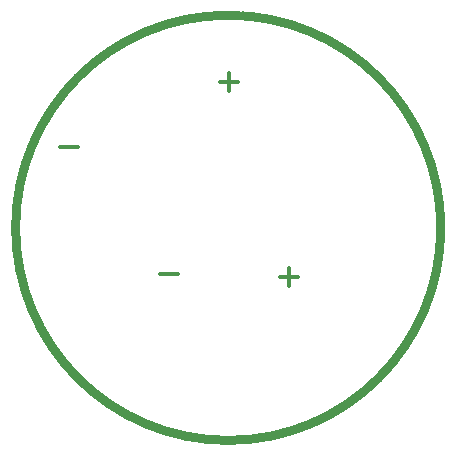
<source format=gbo>
G04 #@! TF.FileFunction,Legend,Bot*
%FSLAX46Y46*%
G04 Gerber Fmt 4.6, Leading zero omitted, Abs format (unit mm)*
G04 Created by KiCad (PCBNEW 4.0.4-stable) date Thursday, 20 '20e' October '20e' 2016, 21:15:53*
%MOMM*%
%LPD*%
G01*
G04 APERTURE LIST*
%ADD10C,0.100000*%
%ADD11C,0.300000*%
%ADD12C,0.800000*%
%ADD13C,0.010000*%
%ADD14C,6.400000*%
%ADD15C,4.400000*%
%ADD16C,4.900000*%
%ADD17C,3.400000*%
G04 APERTURE END LIST*
D10*
D11*
X163096905Y-107702857D02*
X161573095Y-107702857D01*
X162335000Y-108464762D02*
X162335000Y-106940952D01*
X144546905Y-96702857D02*
X143023095Y-96702857D01*
X152996905Y-107502857D02*
X151473095Y-107502857D01*
X158046905Y-91202857D02*
X156523095Y-91202857D01*
X157285000Y-91964762D02*
X157285000Y-90440952D01*
D12*
X175224000Y-103568000D02*
G75*
G03X175224000Y-103568000I-18000000J0D01*
G01*
%LPC*%
D13*
G36*
X170960393Y-101573977D02*
X170959746Y-101574310D01*
X170892496Y-101630769D01*
X170811288Y-101737526D01*
X170716879Y-101893469D01*
X170628570Y-102060388D01*
X170578876Y-102158661D01*
X170538994Y-102237006D01*
X170514484Y-102284524D01*
X170509558Y-102293592D01*
X170483903Y-102289920D01*
X170426023Y-102271357D01*
X170400601Y-102261984D01*
X170194641Y-102198782D01*
X169951456Y-102149409D01*
X169686024Y-102116107D01*
X169413323Y-102101113D01*
X169321105Y-102100588D01*
X168947190Y-102122567D01*
X168589608Y-102184507D01*
X168236205Y-102289332D01*
X167874831Y-102439968D01*
X167837700Y-102457706D01*
X167533028Y-102619294D01*
X167266331Y-102793373D01*
X167022154Y-102990337D01*
X166956790Y-103049997D01*
X166875326Y-103121369D01*
X166807327Y-103171983D01*
X166762790Y-103194746D01*
X166753448Y-103194273D01*
X166714575Y-103179500D01*
X166708278Y-103177639D01*
X166496800Y-103177639D01*
X166487265Y-103233129D01*
X166452802Y-103319290D01*
X166393072Y-103442796D01*
X166359919Y-103508296D01*
X166192733Y-103836526D01*
X166284389Y-104103894D01*
X166321703Y-104209642D01*
X166352084Y-104289875D01*
X166372002Y-104335647D01*
X166378049Y-104341203D01*
X166370923Y-104299019D01*
X166350647Y-104228958D01*
X166340813Y-104199927D01*
X166318061Y-104123616D01*
X166318011Y-104068091D01*
X166341342Y-104005410D01*
X166345765Y-103996039D01*
X166379268Y-103936520D01*
X166407037Y-103904917D01*
X166411742Y-103903368D01*
X166421335Y-103928112D01*
X166428773Y-103994390D01*
X166432975Y-104090274D01*
X166433526Y-104144000D01*
X166430886Y-104252450D01*
X166423756Y-104334702D01*
X166413321Y-104379592D01*
X166407976Y-104384631D01*
X166400455Y-104406803D01*
X166411141Y-104462905D01*
X166421344Y-104494940D01*
X166453347Y-104594905D01*
X166459898Y-104652459D01*
X166437326Y-104674023D01*
X166381965Y-104666022D01*
X166332713Y-104650131D01*
X166293965Y-104635430D01*
X166265040Y-104616799D01*
X166240679Y-104584958D01*
X166215625Y-104530626D01*
X166184620Y-104444524D01*
X166142407Y-104317371D01*
X166139935Y-104309851D01*
X166105518Y-104206891D01*
X166079012Y-104145266D01*
X166053986Y-104126143D01*
X166024008Y-104150693D01*
X165982647Y-104220085D01*
X165923470Y-104335487D01*
X165915826Y-104350587D01*
X165874146Y-104428789D01*
X165841118Y-104469841D01*
X165802135Y-104484747D01*
X165742594Y-104484509D01*
X165738372Y-104484272D01*
X165671447Y-104479044D01*
X165634254Y-104473372D01*
X165631560Y-104471798D01*
X165642756Y-104446910D01*
X165673592Y-104382981D01*
X165719780Y-104288789D01*
X165777032Y-104173114D01*
X165798010Y-104130945D01*
X165964599Y-103796505D01*
X165902469Y-103609263D01*
X165845316Y-103609263D01*
X165835533Y-103631270D01*
X165827491Y-103627087D01*
X165824292Y-103595357D01*
X165827491Y-103591438D01*
X165843386Y-103595108D01*
X165845316Y-103609263D01*
X165902469Y-103609263D01*
X165827110Y-103382159D01*
X165788198Y-103261684D01*
X165684895Y-103261684D01*
X165675112Y-103283691D01*
X165667070Y-103279508D01*
X165663870Y-103247778D01*
X165667070Y-103243859D01*
X165682965Y-103247530D01*
X165684895Y-103261684D01*
X165788198Y-103261684D01*
X165782105Y-103242823D01*
X165745461Y-103122143D01*
X165719618Y-103028770D01*
X165707014Y-102971354D01*
X165707311Y-102957227D01*
X165742033Y-102957842D01*
X165804776Y-102972983D01*
X165818003Y-102977162D01*
X165860769Y-102994183D01*
X165893599Y-103019214D01*
X165922929Y-103062315D01*
X165955194Y-103133545D01*
X165996830Y-103242965D01*
X166008577Y-103275052D01*
X166106148Y-103542421D01*
X166208858Y-103335210D01*
X166261726Y-103232874D01*
X166301097Y-103170475D01*
X166334555Y-103138807D01*
X166369685Y-103128663D01*
X166379232Y-103128409D01*
X166442444Y-103131956D01*
X166481747Y-103146140D01*
X166496800Y-103177639D01*
X166708278Y-103177639D01*
X166638702Y-103157080D01*
X166540927Y-103131419D01*
X166522094Y-103126777D01*
X166420107Y-103102606D01*
X166355237Y-103091542D01*
X166312671Y-103093932D01*
X166277596Y-103110127D01*
X166244909Y-103133307D01*
X166181931Y-103195799D01*
X166137434Y-103266482D01*
X166107416Y-103317425D01*
X166078578Y-103334899D01*
X166077327Y-103334565D01*
X166055188Y-103306159D01*
X166024418Y-103240861D01*
X165992663Y-103155617D01*
X165956973Y-103058810D01*
X165920535Y-102999636D01*
X165868792Y-102964068D01*
X165787188Y-102938080D01*
X165759889Y-102931309D01*
X165707553Y-102927160D01*
X165664123Y-102951661D01*
X165618162Y-103005164D01*
X165548494Y-103096504D01*
X165680312Y-103493252D01*
X165812131Y-103890000D01*
X165681671Y-104160978D01*
X165605030Y-104334254D01*
X165561594Y-104467449D01*
X165551095Y-104562184D01*
X165573266Y-104620083D01*
X165603232Y-104638170D01*
X165663515Y-104633571D01*
X165740129Y-104597399D01*
X165816996Y-104540613D01*
X165878037Y-104474173D01*
X165899592Y-104436168D01*
X165927553Y-104381916D01*
X165950764Y-104357955D01*
X165951559Y-104357894D01*
X165968926Y-104381320D01*
X165995549Y-104442685D01*
X166025175Y-104527237D01*
X166055371Y-104635169D01*
X166065983Y-104721921D01*
X166059384Y-104815073D01*
X166053370Y-104854764D01*
X166044351Y-104944284D01*
X166039044Y-105070272D01*
X166037862Y-105215827D01*
X166041076Y-105360526D01*
X166068387Y-105684309D01*
X166126289Y-105986183D01*
X166218347Y-106275757D01*
X166348129Y-106562640D01*
X166519201Y-106856442D01*
X166687309Y-107101717D01*
X166687492Y-107124182D01*
X166664185Y-107164506D01*
X166613979Y-107226708D01*
X166533467Y-107314810D01*
X166419240Y-107432830D01*
X166332009Y-107520771D01*
X166202976Y-107650318D01*
X166106991Y-107748340D01*
X166039298Y-107821128D01*
X165995138Y-107874976D01*
X165969754Y-107916173D01*
X165958388Y-107951013D01*
X165956283Y-107985786D01*
X165957911Y-108015491D01*
X165966040Y-108084415D01*
X165977272Y-108124020D01*
X165981599Y-108127750D01*
X166004481Y-108148628D01*
X166028787Y-108187947D01*
X166047970Y-108218820D01*
X166049644Y-108208000D01*
X166058824Y-108161173D01*
X166094344Y-108107382D01*
X166129616Y-108057769D01*
X166125656Y-108029754D01*
X166103772Y-108029754D01*
X166102679Y-108059519D01*
X166075767Y-108098922D01*
X166040052Y-108125594D01*
X166029200Y-108127789D01*
X166006000Y-108107831D01*
X166005737Y-108104326D01*
X166023263Y-108069447D01*
X166060928Y-108037736D01*
X166096362Y-108026209D01*
X166103772Y-108029754D01*
X166125656Y-108029754D01*
X166124732Y-108023225D01*
X166117678Y-108015140D01*
X166081285Y-107997326D01*
X166053863Y-108015494D01*
X166008767Y-108045792D01*
X165985162Y-108027567D01*
X165983908Y-107974052D01*
X165997036Y-107924358D01*
X166032249Y-107900975D01*
X166092365Y-107892244D01*
X166191906Y-107904055D01*
X166313795Y-107948604D01*
X166444809Y-108018698D01*
X166571727Y-108107145D01*
X166681328Y-108206754D01*
X166692129Y-108218494D01*
X166785783Y-108335883D01*
X166854187Y-108448896D01*
X166895145Y-108550280D01*
X166906463Y-108632782D01*
X166885945Y-108689148D01*
X166841263Y-108711175D01*
X166790897Y-108706729D01*
X166786161Y-108676552D01*
X166812744Y-108641582D01*
X166834254Y-108609658D01*
X166832797Y-108600289D01*
X166810325Y-108612656D01*
X166767112Y-108655109D01*
X166745051Y-108680054D01*
X166702701Y-108733488D01*
X166681682Y-108766991D01*
X166685899Y-108772517D01*
X166710752Y-108750704D01*
X166748132Y-108739318D01*
X166812783Y-108737555D01*
X166815962Y-108737756D01*
X166848474Y-108736753D01*
X166882590Y-108726009D01*
X166924250Y-108700723D01*
X166979389Y-108656098D01*
X167053947Y-108587333D01*
X167153861Y-108489631D01*
X167282912Y-108360364D01*
X167398416Y-108242876D01*
X167499813Y-108137511D01*
X167581433Y-108050348D01*
X167637601Y-107987466D01*
X167662646Y-107954944D01*
X167663421Y-107952593D01*
X167645618Y-107962604D01*
X167596109Y-108005256D01*
X167520747Y-108075126D01*
X167425381Y-108166788D01*
X167316764Y-108273922D01*
X167206363Y-108382875D01*
X167109255Y-108476421D01*
X167031551Y-108548861D01*
X166979361Y-108594496D01*
X166958881Y-108607746D01*
X166972767Y-108585548D01*
X167018212Y-108531322D01*
X167089548Y-108451429D01*
X167181110Y-108352229D01*
X167275802Y-108252035D01*
X167395576Y-108126274D01*
X167485653Y-108034697D01*
X167554509Y-107974045D01*
X167610620Y-107941054D01*
X167662461Y-107932464D01*
X167718508Y-107945014D01*
X167787238Y-107975442D01*
X167877127Y-108020486D01*
X167877316Y-108020580D01*
X168035120Y-108089557D01*
X168227247Y-108158969D01*
X168434960Y-108222613D01*
X168639523Y-108274290D01*
X168652684Y-108277179D01*
X168773491Y-108295920D01*
X168932463Y-108309849D01*
X169115934Y-108318819D01*
X169310237Y-108322684D01*
X169501706Y-108321296D01*
X169676675Y-108314510D01*
X169821475Y-108302179D01*
X169895948Y-108290507D01*
X170143978Y-108230734D01*
X170393547Y-108155315D01*
X170628746Y-108069759D01*
X170833664Y-107979572D01*
X170911948Y-107938839D01*
X171068165Y-107850115D01*
X171196111Y-107770989D01*
X171312210Y-107689951D01*
X171432886Y-107595491D01*
X171574565Y-107476100D01*
X171584478Y-107467560D01*
X171662767Y-107401737D01*
X171725479Y-107352142D01*
X171761911Y-107327140D01*
X171766034Y-107325684D01*
X171796885Y-107340128D01*
X171850431Y-107375586D01*
X171859884Y-107382482D01*
X171936707Y-107439280D01*
X172099432Y-107325134D01*
X172188700Y-107255979D01*
X172245376Y-107198347D01*
X172265538Y-107157598D01*
X172245264Y-107139088D01*
X172236052Y-107138526D01*
X172205112Y-107124145D01*
X172139809Y-107084933D01*
X172049542Y-107026782D01*
X171943713Y-106955588D01*
X171937681Y-106951448D01*
X171665417Y-106764370D01*
X171582787Y-106826381D01*
X171501287Y-106886996D01*
X171417768Y-106948349D01*
X171414709Y-106950577D01*
X171329259Y-107012761D01*
X171520424Y-107147011D01*
X171711590Y-107281261D01*
X171552400Y-107426795D01*
X171233462Y-107683034D01*
X170888338Y-107895049D01*
X170521937Y-108062115D01*
X170139169Y-108183510D01*
X169744945Y-108258513D01*
X169344172Y-108286399D01*
X168941761Y-108266447D01*
X168542622Y-108197934D01*
X168151664Y-108080137D01*
X167883119Y-107966843D01*
X167528578Y-107771847D01*
X167492947Y-107746333D01*
X167396053Y-107746333D01*
X167378148Y-107771254D01*
X167328911Y-107826528D01*
X167255058Y-107904934D01*
X167163306Y-107999251D01*
X167122478Y-108040438D01*
X166993840Y-108166402D01*
X166897596Y-108253253D01*
X166831535Y-108302645D01*
X166793442Y-108316230D01*
X166781106Y-108295660D01*
X166781105Y-108295351D01*
X166799010Y-108270429D01*
X166848247Y-108215156D01*
X166922100Y-108136750D01*
X167013852Y-108042433D01*
X167054680Y-108001246D01*
X167183319Y-107875282D01*
X167279562Y-107788430D01*
X167345624Y-107739038D01*
X167383716Y-107725453D01*
X167396052Y-107746023D01*
X167396053Y-107746333D01*
X167492947Y-107746333D01*
X167418906Y-107693316D01*
X167289280Y-107693316D01*
X167271366Y-107718921D01*
X167223116Y-107772868D01*
X167152997Y-107846705D01*
X167069475Y-107931977D01*
X166981015Y-108020231D01*
X166896084Y-108103015D01*
X166823147Y-108171875D01*
X166770672Y-108218357D01*
X166747684Y-108234094D01*
X166728973Y-108213581D01*
X166727632Y-108201818D01*
X166745919Y-108169998D01*
X166794912Y-108110977D01*
X166865809Y-108033574D01*
X166949809Y-107946606D01*
X167038109Y-107858895D01*
X167121908Y-107779258D01*
X167192403Y-107716515D01*
X167240793Y-107679485D01*
X167255156Y-107673263D01*
X167286759Y-107685846D01*
X167289280Y-107693316D01*
X167418906Y-107693316D01*
X167323068Y-107624691D01*
X167208895Y-107624691D01*
X167190727Y-107654102D01*
X167142026Y-107711136D01*
X167071494Y-107787087D01*
X166987831Y-107873247D01*
X166899742Y-107960912D01*
X166815927Y-108041375D01*
X166745090Y-108105929D01*
X166695931Y-108145869D01*
X166679307Y-108154526D01*
X166654704Y-108136944D01*
X166610814Y-108093913D01*
X166604254Y-108086906D01*
X166553967Y-108046648D01*
X166472639Y-107995500D01*
X166374834Y-107941080D01*
X166275119Y-107891007D01*
X166188058Y-107852899D01*
X166128216Y-107834375D01*
X166120123Y-107833684D01*
X166088498Y-107819462D01*
X166085948Y-107810817D01*
X166104304Y-107785567D01*
X166155120Y-107730158D01*
X166232012Y-107651179D01*
X166328599Y-107555226D01*
X166408265Y-107477875D01*
X166730582Y-107167800D01*
X166916265Y-107348400D01*
X166995126Y-107423624D01*
X167057529Y-107480337D01*
X167095296Y-107511270D01*
X167102761Y-107514236D01*
X167114307Y-107521482D01*
X167132480Y-107549218D01*
X167141236Y-107578475D01*
X167130009Y-107614150D01*
X167093203Y-107665256D01*
X167025219Y-107740804D01*
X166991304Y-107776482D01*
X166821222Y-107954000D01*
X167015058Y-107767559D01*
X167106284Y-107683706D01*
X167170623Y-107632964D01*
X167204498Y-107617969D01*
X167208895Y-107624691D01*
X167323068Y-107624691D01*
X167206340Y-107541109D01*
X166919112Y-107278547D01*
X166669602Y-106988080D01*
X166460517Y-106673629D01*
X166294564Y-106339111D01*
X166174449Y-105988447D01*
X166102879Y-105625556D01*
X166082967Y-105360526D01*
X166079609Y-105171444D01*
X166080820Y-105030016D01*
X166087924Y-104930521D01*
X166102245Y-104867237D01*
X166125106Y-104834445D01*
X166157830Y-104826421D01*
X166201743Y-104837446D01*
X166203813Y-104838226D01*
X166273236Y-104851840D01*
X166333322Y-104826745D01*
X166334544Y-104825894D01*
X166395774Y-104790788D01*
X166426707Y-104795219D01*
X166433526Y-104827150D01*
X166443319Y-104845958D01*
X166477879Y-104832214D01*
X166527160Y-104797198D01*
X166620793Y-104725780D01*
X166603094Y-103953627D01*
X166598195Y-103709967D01*
X166416908Y-103709967D01*
X166389393Y-103801359D01*
X166365070Y-103853080D01*
X166326354Y-103925014D01*
X166296502Y-103972411D01*
X166285362Y-103983579D01*
X166267116Y-103961669D01*
X166245630Y-103914795D01*
X166235471Y-103864513D01*
X166245573Y-103804200D01*
X166279215Y-103718173D01*
X166293082Y-103687810D01*
X166332991Y-103607010D01*
X166365621Y-103549898D01*
X166383239Y-103529331D01*
X166397807Y-103552569D01*
X166412771Y-103610342D01*
X166415496Y-103625817D01*
X166416908Y-103709967D01*
X166598195Y-103709967D01*
X166598169Y-103708712D01*
X166595850Y-103514248D01*
X166596184Y-103367275D01*
X166599215Y-103264832D01*
X166604985Y-103203958D01*
X166613542Y-103181693D01*
X166614668Y-103181473D01*
X166660289Y-103190372D01*
X166710680Y-103206848D01*
X166735474Y-103218634D01*
X166755480Y-103236866D01*
X166771349Y-103267110D01*
X166783735Y-103314934D01*
X166793289Y-103385905D01*
X166800665Y-103485590D01*
X166806513Y-103619557D01*
X166811488Y-103793372D01*
X166816240Y-104012604D01*
X166818462Y-104126605D01*
X166831189Y-104790999D01*
X166737843Y-104773487D01*
X166671448Y-104768099D01*
X166616545Y-104787300D01*
X166551205Y-104837887D01*
X166457913Y-104919798D01*
X166532614Y-104947113D01*
X166597131Y-104970535D01*
X166638225Y-104985200D01*
X166677438Y-104975627D01*
X166715895Y-104944302D01*
X166768023Y-104899470D01*
X166798887Y-104903086D01*
X166807842Y-104947187D01*
X166810858Y-104979932D01*
X166827422Y-104979944D01*
X166868807Y-104945167D01*
X166881095Y-104933819D01*
X166934398Y-104889411D01*
X166972270Y-104866673D01*
X166976446Y-104865894D01*
X166981855Y-104840263D01*
X166986385Y-104767781D01*
X166989899Y-104655065D01*
X166992262Y-104508734D01*
X166993335Y-104335405D01*
X166992984Y-104141696D01*
X166992605Y-104083842D01*
X166991033Y-103858913D01*
X166990343Y-103681709D01*
X166990864Y-103546484D01*
X166992924Y-103447492D01*
X166996850Y-103378988D01*
X167002970Y-103335226D01*
X167011613Y-103310460D01*
X167023105Y-103298943D01*
X167037622Y-103294952D01*
X167080659Y-103292783D01*
X167112158Y-103304202D01*
X167134050Y-103336198D01*
X167148262Y-103395757D01*
X167156725Y-103489865D01*
X167161367Y-103625510D01*
X167163397Y-103750495D01*
X167166159Y-103891264D01*
X167170288Y-104009381D01*
X167175338Y-104096315D01*
X167180861Y-104143532D01*
X167184285Y-104149171D01*
X167200126Y-104117354D01*
X167229479Y-104047804D01*
X167267204Y-103952905D01*
X167286253Y-103903368D01*
X167350795Y-103733912D01*
X167399637Y-103608068D01*
X167436312Y-103519553D01*
X167464356Y-103462086D01*
X167487303Y-103429385D01*
X167508689Y-103415167D01*
X167532048Y-103413150D01*
X167559982Y-103416917D01*
X167631070Y-103444132D01*
X167677469Y-103484662D01*
X167706307Y-103519024D01*
X167716496Y-103508431D01*
X167716895Y-103498170D01*
X167695450Y-103441971D01*
X167628357Y-103401378D01*
X167560292Y-103382333D01*
X167506219Y-103375384D01*
X167461490Y-103386999D01*
X167409903Y-103424688D01*
X167353081Y-103478392D01*
X167290930Y-103544656D01*
X167248355Y-103600123D01*
X167235632Y-103628198D01*
X167219209Y-103660048D01*
X167208895Y-103662737D01*
X167195095Y-103638063D01*
X167185588Y-103572178D01*
X167182158Y-103480065D01*
X167182158Y-103297393D01*
X167084336Y-103267370D01*
X167011534Y-103251245D01*
X166957948Y-103261915D01*
X166913104Y-103289621D01*
X166850009Y-103330634D01*
X166818096Y-103338110D01*
X166808049Y-103313426D01*
X166807842Y-103305188D01*
X166827655Y-103267267D01*
X166881653Y-103204201D01*
X166961679Y-103123500D01*
X167059572Y-103032675D01*
X167167175Y-102939237D01*
X167276328Y-102850695D01*
X167378872Y-102774559D01*
X167400266Y-102759862D01*
X167774258Y-102537365D01*
X168161222Y-102364250D01*
X168557480Y-102240591D01*
X168959352Y-102166465D01*
X169363158Y-102141946D01*
X169765221Y-102167110D01*
X170161859Y-102242032D01*
X170549395Y-102366788D01*
X170924148Y-102541453D01*
X171160802Y-102682869D01*
X171251193Y-102745652D01*
X171353906Y-102822840D01*
X171460323Y-102907204D01*
X171561826Y-102991515D01*
X171649798Y-103068545D01*
X171715621Y-103131066D01*
X171750679Y-103171848D01*
X171754158Y-103180583D01*
X171731259Y-103193238D01*
X171675320Y-103191950D01*
X171667255Y-103190746D01*
X171577644Y-103194413D01*
X171509169Y-103232636D01*
X171454312Y-103283598D01*
X171410231Y-103345509D01*
X171374800Y-103425739D01*
X171345896Y-103531657D01*
X171321395Y-103670635D01*
X171299171Y-103850044D01*
X171282342Y-104019651D01*
X171265569Y-104196341D01*
X171251724Y-104327062D01*
X171239392Y-104419142D01*
X171227161Y-104479909D01*
X171213617Y-104516691D01*
X171197344Y-104536816D01*
X171180768Y-104546114D01*
X171120675Y-104576835D01*
X171049759Y-104620693D01*
X171045632Y-104623498D01*
X170987511Y-104659858D01*
X170948635Y-104678077D01*
X170945369Y-104678560D01*
X170934119Y-104654542D01*
X170926725Y-104592660D01*
X170925053Y-104538368D01*
X170924790Y-104398000D01*
X170792978Y-104354334D01*
X170713907Y-104330027D01*
X170663109Y-104325104D01*
X170618294Y-104341547D01*
X170567397Y-104374387D01*
X170506283Y-104413753D01*
X170465351Y-104436148D01*
X170458840Y-104438105D01*
X170449357Y-104414449D01*
X170444307Y-104355750D01*
X170444053Y-104337100D01*
X170427473Y-104241158D01*
X170394380Y-104193563D01*
X170362609Y-104146873D01*
X170339930Y-104064325D01*
X170335076Y-104027837D01*
X170277877Y-104027837D01*
X170274904Y-104104902D01*
X170261865Y-104142069D01*
X170256428Y-104144000D01*
X170217489Y-104136219D01*
X170140700Y-104115305D01*
X170038983Y-104084897D01*
X169973286Y-104064227D01*
X169862237Y-104031485D01*
X169767450Y-104008727D01*
X169702197Y-103998881D01*
X169683099Y-104000245D01*
X169658647Y-104002536D01*
X169645751Y-103981997D01*
X169644648Y-103932226D01*
X169655575Y-103846821D01*
X169678768Y-103719376D01*
X169696817Y-103629149D01*
X169734405Y-103461417D01*
X169771143Y-103340111D01*
X169811121Y-103258412D01*
X169858429Y-103209501D01*
X169917158Y-103186560D01*
X169964813Y-103182324D01*
X170046366Y-103205446D01*
X170115189Y-103277791D01*
X170172148Y-103400559D01*
X170205033Y-103515500D01*
X170234360Y-103654707D01*
X170256808Y-103792995D01*
X170271579Y-103920620D01*
X170277877Y-104027837D01*
X170335076Y-104027837D01*
X170325411Y-103955203D01*
X170304682Y-103790261D01*
X170276027Y-103624963D01*
X170242191Y-103471013D01*
X170205921Y-103340115D01*
X170169962Y-103243973D01*
X170150267Y-103208659D01*
X170070136Y-103136801D01*
X169972042Y-103111049D01*
X169868995Y-103134644D01*
X169863721Y-103137294D01*
X169786487Y-103204011D01*
X169720881Y-103319016D01*
X169666277Y-103483755D01*
X169623307Y-103691976D01*
X169603729Y-103807507D01*
X169586678Y-103901890D01*
X169574295Y-103963632D01*
X169569344Y-103981627D01*
X169548956Y-103973525D01*
X169528040Y-103951297D01*
X169489642Y-103927515D01*
X169412937Y-103895912D01*
X169311709Y-103860750D01*
X169199741Y-103826289D01*
X169090816Y-103796793D01*
X168998719Y-103776522D01*
X168940633Y-103769684D01*
X168890793Y-103786278D01*
X168818891Y-103829419D01*
X168753114Y-103879533D01*
X168685164Y-103934579D01*
X168635432Y-103970634D01*
X168615532Y-103979796D01*
X168610095Y-103950954D01*
X168600895Y-103879974D01*
X168589278Y-103777947D01*
X168578123Y-103671295D01*
X168548916Y-103455682D01*
X168508745Y-103289407D01*
X168455855Y-103169139D01*
X168388492Y-103091540D01*
X168304902Y-103053277D01*
X168250144Y-103047789D01*
X168152205Y-103072623D01*
X168062377Y-103139525D01*
X167989698Y-103237099D01*
X167943207Y-103353950D01*
X167930939Y-103450281D01*
X167911870Y-103493780D01*
X167865244Y-103552442D01*
X167806605Y-103610440D01*
X167751495Y-103651946D01*
X167722306Y-103662737D01*
X167711956Y-103676484D01*
X167703874Y-103720633D01*
X167697860Y-103799544D01*
X167693713Y-103917576D01*
X167691229Y-104079090D01*
X167690209Y-104288446D01*
X167690158Y-104358404D01*
X167690158Y-105054071D01*
X167616632Y-105036765D01*
X167557788Y-105023046D01*
X167527535Y-105016203D01*
X167499880Y-105029864D01*
X167445149Y-105068489D01*
X167398100Y-105105307D01*
X167284237Y-105197667D01*
X167384681Y-105232441D01*
X167454987Y-105252356D01*
X167498462Y-105248621D01*
X167529589Y-105226976D01*
X167576615Y-105191885D01*
X167602811Y-105200541D01*
X167618981Y-105245130D01*
X167629834Y-105273863D01*
X167648286Y-105278641D01*
X167684059Y-105255416D01*
X167746875Y-105200138D01*
X167763438Y-105184972D01*
X167892625Y-105066421D01*
X167881310Y-104333475D01*
X167877981Y-104104547D01*
X167876549Y-103923631D01*
X167878053Y-103785274D01*
X167883532Y-103684022D01*
X167894024Y-103614420D01*
X167910566Y-103571015D01*
X167934197Y-103548351D01*
X167965956Y-103540977D01*
X168006879Y-103543436D01*
X168031084Y-103546647D01*
X168080580Y-103552315D01*
X168080371Y-103545079D01*
X168044421Y-103525479D01*
X167994888Y-103473942D01*
X167988745Y-103398351D01*
X168026020Y-103305942D01*
X168043440Y-103279180D01*
X168113026Y-103192114D01*
X168175858Y-103145242D01*
X168245209Y-103129173D01*
X168255939Y-103128850D01*
X168332849Y-103153107D01*
X168403383Y-103221546D01*
X168460150Y-103324885D01*
X168489880Y-103422640D01*
X168512736Y-103533553D01*
X168518730Y-103599619D01*
X168501416Y-103628444D01*
X168454350Y-103627628D01*
X168371087Y-103604778D01*
X168342776Y-103596184D01*
X168259193Y-103573425D01*
X168192772Y-103559889D01*
X168171421Y-103558122D01*
X168174118Y-103565598D01*
X168218847Y-103583631D01*
X168296121Y-103608449D01*
X168303473Y-103610629D01*
X168398227Y-103642688D01*
X168475673Y-103676285D01*
X168516076Y-103701827D01*
X168528732Y-103722444D01*
X168538919Y-103760178D01*
X168547042Y-103820934D01*
X168553509Y-103910617D01*
X168558728Y-104035133D01*
X168563104Y-104200386D01*
X168567045Y-104412281D01*
X168567651Y-104450121D01*
X168570013Y-104642813D01*
X168570929Y-104820731D01*
X168570461Y-104976004D01*
X168568667Y-105100761D01*
X168565607Y-105187131D01*
X168561749Y-105225827D01*
X168534163Y-105278159D01*
X168477212Y-105293631D01*
X168471792Y-105293684D01*
X168414716Y-105285532D01*
X168326306Y-105264203D01*
X168221696Y-105234387D01*
X168116019Y-105200774D01*
X168024409Y-105168056D01*
X167961998Y-105140921D01*
X167946398Y-105130846D01*
X167917363Y-105136412D01*
X167864216Y-105168293D01*
X167801169Y-105215510D01*
X167742434Y-105267086D01*
X167702221Y-105312042D01*
X167694669Y-105325308D01*
X167709959Y-105348896D01*
X167757444Y-105374063D01*
X167829076Y-105401298D01*
X167811766Y-105715122D01*
X167789491Y-106037651D01*
X167760515Y-106311075D01*
X167723955Y-106539446D01*
X167678926Y-106726816D01*
X167624544Y-106877237D01*
X167559925Y-106994761D01*
X167521737Y-107044504D01*
X167453619Y-107112091D01*
X167392406Y-107142583D01*
X167346993Y-107147438D01*
X167252489Y-107122212D01*
X167164836Y-107052470D01*
X167093270Y-106947115D01*
X167062879Y-106873524D01*
X167023952Y-106728026D01*
X166987608Y-106539945D01*
X166955087Y-106320158D01*
X166927631Y-106079540D01*
X166906479Y-105828965D01*
X166892873Y-105579310D01*
X166888053Y-105341448D01*
X166888053Y-105075540D01*
X166964378Y-105092304D01*
X167018167Y-105096178D01*
X167064610Y-105073926D01*
X167121889Y-105016593D01*
X167124799Y-105013288D01*
X167174479Y-104951687D01*
X167204667Y-104904579D01*
X167208895Y-104891701D01*
X167229269Y-104866638D01*
X167235632Y-104865894D01*
X167250054Y-104890114D01*
X167259761Y-104952786D01*
X167262369Y-105018192D01*
X167262369Y-105170489D01*
X167355948Y-105079789D01*
X167449526Y-104989089D01*
X167448606Y-104626702D01*
X167447686Y-104264316D01*
X167371866Y-104451473D01*
X167306951Y-104610397D01*
X167257543Y-104725990D01*
X167219569Y-104804679D01*
X167188953Y-104852891D01*
X167161623Y-104877055D01*
X167133503Y-104883599D01*
X167100865Y-104879025D01*
X167047743Y-104875215D01*
X166997216Y-104895199D01*
X166932481Y-104946548D01*
X166914364Y-104963085D01*
X166805162Y-105064122D01*
X166822029Y-105452956D01*
X166844955Y-105845871D01*
X166877463Y-106190687D01*
X166919386Y-106486719D01*
X166970556Y-106733281D01*
X167030805Y-106929688D01*
X167099965Y-107075255D01*
X167177868Y-107169297D01*
X167252423Y-107208616D01*
X167375291Y-107213492D01*
X167491242Y-107167603D01*
X167593747Y-107073658D01*
X167601421Y-107063820D01*
X167676359Y-106939404D01*
X167739286Y-106777327D01*
X167790980Y-106574213D01*
X167832216Y-106326687D01*
X167863770Y-106031375D01*
X167875757Y-105870880D01*
X167885761Y-105726192D01*
X167895267Y-105601543D01*
X167903504Y-105506118D01*
X167909700Y-105449102D01*
X167912204Y-105437041D01*
X167939583Y-105441103D01*
X168001426Y-105460389D01*
X168059670Y-105481476D01*
X168183266Y-105521850D01*
X168273810Y-105532454D01*
X168343573Y-105511900D01*
X168404821Y-105458801D01*
X168419877Y-105440736D01*
X168486587Y-105368109D01*
X168532149Y-105344545D01*
X168557094Y-105370274D01*
X168561952Y-105445529D01*
X168557144Y-105500699D01*
X168539210Y-105654240D01*
X168660271Y-105547488D01*
X168781332Y-105440737D01*
X168783850Y-105122000D01*
X168786376Y-104978503D01*
X168792162Y-104878348D01*
X168802519Y-104811438D01*
X168818756Y-104767676D01*
X168832397Y-104747684D01*
X168838694Y-104735784D01*
X168812176Y-104756493D01*
X168758526Y-104805310D01*
X168752747Y-104810753D01*
X168685790Y-104868568D01*
X168633237Y-104904067D01*
X168607403Y-104909735D01*
X168615641Y-104883770D01*
X168656617Y-104835559D01*
X168713981Y-104782159D01*
X168777356Y-104722106D01*
X168816823Y-104673046D01*
X168824082Y-104648130D01*
X168818108Y-104612124D01*
X168814107Y-104534841D01*
X168811980Y-104428437D01*
X168811629Y-104305069D01*
X168812955Y-104176891D01*
X168815860Y-104056061D01*
X168820246Y-103954735D01*
X168826014Y-103885069D01*
X168830441Y-103862567D01*
X168863018Y-103824064D01*
X168925809Y-103808757D01*
X169024049Y-103816709D01*
X169162976Y-103847987D01*
X169232994Y-103867592D01*
X169494895Y-103943949D01*
X169501948Y-104822345D01*
X169503691Y-105062991D01*
X169504495Y-105255342D01*
X169504146Y-105404572D01*
X169502426Y-105515854D01*
X169499122Y-105594363D01*
X169494017Y-105645272D01*
X169486896Y-105673755D01*
X169477543Y-105684987D01*
X169466043Y-105684256D01*
X169380279Y-105656641D01*
X169316685Y-105656155D01*
X169255160Y-105687123D01*
X169185964Y-105744549D01*
X169067105Y-105851009D01*
X169167594Y-105893642D01*
X169256797Y-105919140D01*
X169333046Y-105919925D01*
X169335768Y-105919286D01*
X169403454Y-105902298D01*
X169387321Y-106085938D01*
X169355900Y-106386141D01*
X169318715Y-106638290D01*
X169276034Y-106841163D01*
X169228130Y-106993532D01*
X169175274Y-107094173D01*
X169160629Y-107111849D01*
X169074845Y-107173342D01*
X168984551Y-107188122D01*
X168901629Y-107157167D01*
X168840059Y-107085457D01*
X168819065Y-107026138D01*
X168793887Y-106923425D01*
X168766062Y-106787089D01*
X168737122Y-106626903D01*
X168708602Y-106452639D01*
X168682037Y-106274070D01*
X168658962Y-106100969D01*
X168640911Y-105943106D01*
X168629418Y-105810256D01*
X168625948Y-105721918D01*
X168649796Y-105706270D01*
X168715039Y-105708299D01*
X168726211Y-105709942D01*
X168796912Y-105714753D01*
X168848836Y-105694870D01*
X168905002Y-105643416D01*
X168958226Y-105592502D01*
X168997552Y-105563564D01*
X169005266Y-105561052D01*
X169018150Y-105584980D01*
X169025943Y-105645609D01*
X169027000Y-105683158D01*
X169027000Y-105805264D01*
X169267632Y-105608084D01*
X169267632Y-104887092D01*
X169173122Y-104970072D01*
X169112135Y-105019349D01*
X169065952Y-105049082D01*
X169053888Y-105053052D01*
X169041695Y-105077711D01*
X169030786Y-105143379D01*
X169022998Y-105237595D01*
X169021397Y-105273631D01*
X169016587Y-105385035D01*
X169007081Y-105452140D01*
X168985839Y-105484068D01*
X168945822Y-105489942D01*
X168879991Y-105478886D01*
X168865323Y-105475897D01*
X168825580Y-105488397D01*
X168761577Y-105529282D01*
X168689153Y-105588004D01*
X168554345Y-105708534D01*
X168588468Y-106069267D01*
X168614998Y-106308161D01*
X168647582Y-106534067D01*
X168684513Y-106738139D01*
X168724083Y-106911532D01*
X168764587Y-107045399D01*
X168787576Y-107100916D01*
X168836051Y-107181769D01*
X168891945Y-107226502D01*
X168937467Y-107243178D01*
X169033317Y-107257717D01*
X169111306Y-107235417D01*
X169180464Y-107183612D01*
X169242905Y-107099020D01*
X169299326Y-106965095D01*
X169348800Y-106785735D01*
X169390401Y-106564837D01*
X169423205Y-106306298D01*
X169441995Y-106082421D01*
X169453598Y-105956909D01*
X169469058Y-105855399D01*
X169486338Y-105789841D01*
X169494423Y-105774947D01*
X169506659Y-105744312D01*
X169516798Y-105680662D01*
X169525144Y-105579595D01*
X169531999Y-105436707D01*
X169537664Y-105247595D01*
X169540830Y-105098954D01*
X169545695Y-104879945D01*
X169551584Y-104709553D01*
X169559291Y-104582920D01*
X169569610Y-104495188D01*
X169583334Y-104441501D01*
X169601258Y-104417001D01*
X169624175Y-104416831D01*
X169649617Y-104433375D01*
X169682509Y-104444476D01*
X169730812Y-104426570D01*
X169800357Y-104379924D01*
X169866301Y-104326768D01*
X169885502Y-104291798D01*
X169856938Y-104265466D01*
X169785360Y-104239977D01*
X169724326Y-104242480D01*
X169650334Y-104288177D01*
X169643863Y-104293544D01*
X169587526Y-104333474D01*
X169547750Y-104348217D01*
X169540726Y-104345796D01*
X169547552Y-104319283D01*
X169586922Y-104274853D01*
X169608938Y-104255574D01*
X169671147Y-104190672D01*
X169694502Y-104122347D01*
X169695662Y-104096701D01*
X169696244Y-104059894D01*
X169702961Y-104035515D01*
X169722913Y-104024328D01*
X169763202Y-104027094D01*
X169830931Y-104044578D01*
X169933200Y-104077542D01*
X170077112Y-104126749D01*
X170123211Y-104142637D01*
X170403948Y-104239373D01*
X170412169Y-104352107D01*
X170413883Y-104421071D01*
X170408454Y-104460924D01*
X170404626Y-104464842D01*
X170371973Y-104455427D01*
X170310698Y-104432072D01*
X170292876Y-104424737D01*
X170229198Y-104399110D01*
X170190480Y-104385369D01*
X170186788Y-104384631D01*
X170184429Y-104410264D01*
X170182680Y-104482748D01*
X170181575Y-104595468D01*
X170181146Y-104741804D01*
X170181426Y-104915138D01*
X170182449Y-105108853D01*
X170182880Y-105166684D01*
X170189075Y-105948737D01*
X170196714Y-105287691D01*
X170199256Y-105082715D01*
X170201946Y-104924722D01*
X170205376Y-104807223D01*
X170210137Y-104723728D01*
X170216821Y-104667749D01*
X170226018Y-104632797D01*
X170238320Y-104612381D01*
X170254318Y-104600014D01*
X170259650Y-104597051D01*
X170308873Y-104580374D01*
X170331901Y-104584409D01*
X170335978Y-104614271D01*
X170339750Y-104691234D01*
X170343094Y-104808927D01*
X170345883Y-104960979D01*
X170347993Y-105141016D01*
X170349299Y-105342667D01*
X170349663Y-105488944D01*
X170350474Y-106376526D01*
X170475666Y-106256210D01*
X170600857Y-106135894D01*
X170616734Y-105912634D01*
X170629355Y-105796754D01*
X170648460Y-105691273D01*
X170670361Y-105615630D01*
X170675068Y-105605160D01*
X170717525Y-105520947D01*
X170601294Y-105627894D01*
X170537295Y-105688589D01*
X170491269Y-105735619D01*
X170475699Y-105754894D01*
X170451822Y-105778081D01*
X170430152Y-105757258D01*
X170418011Y-105701645D01*
X170417316Y-105681368D01*
X170425447Y-105617530D01*
X170444756Y-105587485D01*
X170467613Y-105599026D01*
X170477153Y-105620248D01*
X170502750Y-105624025D01*
X170561520Y-105592627D01*
X170625384Y-105546721D01*
X170709506Y-105474042D01*
X170746242Y-105421946D01*
X170746376Y-105400631D01*
X170697630Y-105276806D01*
X170664813Y-105175681D01*
X170645626Y-105081607D01*
X170637774Y-104978935D01*
X170638960Y-104852015D01*
X170645396Y-104712659D01*
X170653826Y-104581983D01*
X170663584Y-104472994D01*
X170673584Y-104395508D01*
X170682739Y-104359338D01*
X170684644Y-104357894D01*
X170720371Y-104367392D01*
X170783669Y-104390953D01*
X170801735Y-104398359D01*
X170898579Y-104438823D01*
X170898579Y-104717885D01*
X170907443Y-104952858D01*
X170933938Y-105138907D01*
X170977916Y-105275613D01*
X171039231Y-105362556D01*
X171117735Y-105399318D01*
X171137995Y-105400631D01*
X171158654Y-105398316D01*
X171173327Y-105386172D01*
X171183036Y-105356400D01*
X171188804Y-105301204D01*
X171191651Y-105212786D01*
X171192601Y-105083346D01*
X171192684Y-104983312D01*
X171192684Y-104821333D01*
X171130298Y-104821333D01*
X171126628Y-104837228D01*
X171112474Y-104839158D01*
X171090466Y-104829375D01*
X171094649Y-104821333D01*
X171126380Y-104818133D01*
X171130298Y-104821333D01*
X171192684Y-104821333D01*
X171192684Y-104565992D01*
X171266061Y-104584409D01*
X171303803Y-104593827D01*
X171334359Y-104604724D01*
X171358431Y-104622360D01*
X171376722Y-104651997D01*
X171389935Y-104698895D01*
X171398771Y-104768316D01*
X171403933Y-104865520D01*
X171406124Y-104995770D01*
X171406046Y-105164325D01*
X171404402Y-105376448D01*
X171402208Y-105604146D01*
X171399636Y-105823458D01*
X171396347Y-106025656D01*
X171392512Y-106204558D01*
X171388304Y-106353983D01*
X171383892Y-106467748D01*
X171379449Y-106539671D01*
X171375643Y-106563450D01*
X171342565Y-106564358D01*
X171285218Y-106543217D01*
X171278130Y-106539654D01*
X171227739Y-106517054D01*
X171188969Y-106517036D01*
X171142267Y-106543974D01*
X171095172Y-106580584D01*
X171022126Y-106638090D01*
X170957956Y-106687244D01*
X170938684Y-106701487D01*
X170901807Y-106732533D01*
X170908060Y-106755722D01*
X170935475Y-106777706D01*
X170964420Y-106805740D01*
X170972976Y-106842089D01*
X170963071Y-106904369D01*
X170953622Y-106943488D01*
X170908280Y-107066444D01*
X170847228Y-107148523D01*
X170775950Y-107186537D01*
X170699929Y-107177297D01*
X170634723Y-107128897D01*
X170575014Y-107041017D01*
X170520435Y-106916861D01*
X170477394Y-106773613D01*
X170454029Y-106644369D01*
X170445780Y-106554940D01*
X170451315Y-106510294D01*
X170475697Y-106502455D01*
X170523989Y-106523447D01*
X170529071Y-106526152D01*
X170564856Y-106537487D01*
X170602723Y-106525546D01*
X170655347Y-106483974D01*
X170702140Y-106439357D01*
X170769457Y-106376730D01*
X170811082Y-106349139D01*
X170836683Y-106351511D01*
X170847112Y-106363257D01*
X170862370Y-106416897D01*
X170861439Y-106488218D01*
X170856936Y-106566544D01*
X170863315Y-106627544D01*
X170874197Y-106653583D01*
X170894617Y-106657173D01*
X170934508Y-106634630D01*
X171003802Y-106582269D01*
X171020249Y-106569326D01*
X171162963Y-106456737D01*
X171164455Y-106080806D01*
X171165948Y-105704875D01*
X171025862Y-105834337D01*
X170956677Y-105893847D01*
X170903892Y-105930948D01*
X170877757Y-105938569D01*
X170876875Y-105937097D01*
X170890649Y-105907471D01*
X170933657Y-105856915D01*
X170993456Y-105798007D01*
X171057606Y-105743323D01*
X171095365Y-105716243D01*
X171116944Y-105692181D01*
X171097401Y-105681052D01*
X171048153Y-105685828D01*
X171015176Y-105695379D01*
X170935445Y-105741606D01*
X170882450Y-105819046D01*
X170853313Y-105934205D01*
X170845105Y-106079862D01*
X170842134Y-106176383D01*
X170834265Y-106248045D01*
X170823071Y-106281866D01*
X170820535Y-106282947D01*
X170782349Y-106270657D01*
X170722503Y-106240751D01*
X170716907Y-106237574D01*
X170637848Y-106192200D01*
X170500845Y-106306905D01*
X170422068Y-106381261D01*
X170374342Y-106444231D01*
X170363842Y-106475969D01*
X170372407Y-106554087D01*
X170395025Y-106665286D01*
X170427078Y-106792539D01*
X170463950Y-106918816D01*
X170501026Y-107027090D01*
X170532597Y-107098421D01*
X170610876Y-107202317D01*
X170696240Y-107255809D01*
X170783269Y-107260483D01*
X170866545Y-107217927D01*
X170940648Y-107129727D01*
X171000160Y-106997470D01*
X171012039Y-106958014D01*
X171036600Y-106886620D01*
X171062690Y-106858065D01*
X171091012Y-106859463D01*
X171147436Y-106856464D01*
X171198353Y-106832765D01*
X171260304Y-106797030D01*
X171291336Y-106803101D01*
X171297401Y-106854058D01*
X171294776Y-106882651D01*
X171290165Y-106929551D01*
X171295005Y-106953044D01*
X171317008Y-106951196D01*
X171363885Y-106922076D01*
X171443348Y-106863751D01*
X171480105Y-106836215D01*
X171556891Y-106775536D01*
X171599174Y-106729452D01*
X171617011Y-106682997D01*
X171620474Y-106627314D01*
X171628048Y-106555928D01*
X171648440Y-106524216D01*
X171652558Y-106523579D01*
X171671113Y-106515596D01*
X171652734Y-106491671D01*
X171621811Y-106478949D01*
X171578856Y-106502130D01*
X171545661Y-106531776D01*
X171491300Y-106578150D01*
X171450923Y-106602690D01*
X171445221Y-106603852D01*
X171433963Y-106579051D01*
X171427894Y-106511834D01*
X171427855Y-106413084D01*
X171428668Y-106389957D01*
X171434336Y-106290615D01*
X171441690Y-106215799D01*
X171449381Y-106178157D01*
X171451464Y-106176000D01*
X171480785Y-106188053D01*
X171540947Y-106219000D01*
X171589835Y-106245869D01*
X171714129Y-106315738D01*
X171854743Y-106228328D01*
X171926778Y-106181940D01*
X171974957Y-106147798D01*
X171988389Y-106134275D01*
X171963185Y-106119036D01*
X171904027Y-106085632D01*
X171827348Y-106043287D01*
X171673275Y-105958942D01*
X171586717Y-106019393D01*
X171526236Y-106065045D01*
X171485932Y-106101638D01*
X171481559Y-106107095D01*
X171451141Y-106119006D01*
X171441482Y-106112868D01*
X171448139Y-106085508D01*
X171487624Y-106037040D01*
X171534021Y-105993326D01*
X171602133Y-105928932D01*
X171636368Y-105875805D01*
X171647299Y-105815488D01*
X171647625Y-105795000D01*
X171650711Y-105730512D01*
X171658882Y-105696368D01*
X171661428Y-105694737D01*
X171690116Y-105706715D01*
X171752702Y-105738331D01*
X171836421Y-105783103D01*
X171848586Y-105789769D01*
X172021526Y-105884801D01*
X172021526Y-105237641D01*
X171902596Y-105319467D01*
X171832856Y-105371229D01*
X171796340Y-105416357D01*
X171780770Y-105476305D01*
X171775596Y-105541331D01*
X171768757Y-105622848D01*
X171756072Y-105663479D01*
X171730934Y-105675804D01*
X171705586Y-105674683D01*
X171645188Y-105686106D01*
X171572961Y-105722809D01*
X171556009Y-105734841D01*
X171497252Y-105776693D01*
X171457017Y-105799976D01*
X171450845Y-105801684D01*
X171444193Y-105776639D01*
X171438700Y-105708268D01*
X171434901Y-105606712D01*
X171433330Y-105482115D01*
X171433316Y-105468758D01*
X171433316Y-105135832D01*
X171553632Y-105053052D01*
X171625444Y-104998644D01*
X171661569Y-104952954D01*
X171673419Y-104899376D01*
X171673948Y-104877978D01*
X171677272Y-104816599D01*
X171685430Y-104786349D01*
X171686995Y-104785684D01*
X171714663Y-104796904D01*
X171780200Y-104827424D01*
X171873696Y-104872534D01*
X171981100Y-104925464D01*
X172262158Y-105065243D01*
X172266923Y-106028358D01*
X172268503Y-106258314D01*
X172270731Y-106449424D01*
X172273533Y-106599245D01*
X172276833Y-106705336D01*
X172280555Y-106765255D01*
X172284622Y-106776560D01*
X172288916Y-106737473D01*
X172304441Y-106585039D01*
X172327505Y-106458973D01*
X172356016Y-106366974D01*
X172387883Y-106316742D01*
X172405097Y-106309684D01*
X172411385Y-106335585D01*
X172415436Y-106410034D01*
X172417221Y-106528153D01*
X172416709Y-106685062D01*
X172413872Y-106875881D01*
X172409608Y-107061198D01*
X172389851Y-107812712D01*
X172519847Y-107738741D01*
X172598880Y-107691699D01*
X172661769Y-107650602D01*
X172685198Y-107632705D01*
X172695251Y-107612120D01*
X172699192Y-107591474D01*
X172529526Y-107591474D01*
X172510118Y-107618701D01*
X172502790Y-107619789D01*
X172476748Y-107610667D01*
X172476053Y-107607999D01*
X172494788Y-107585172D01*
X172502790Y-107579684D01*
X172527427Y-107581804D01*
X172529526Y-107591474D01*
X172699192Y-107591474D01*
X172703843Y-107567118D01*
X172711204Y-107493291D01*
X172717561Y-107386225D01*
X172723144Y-107241510D01*
X172728182Y-107054736D01*
X172732904Y-106821489D01*
X172735621Y-106661057D01*
X172738642Y-106442945D01*
X172740497Y-106242750D01*
X172741200Y-106066508D01*
X172740768Y-105920257D01*
X172739214Y-105810032D01*
X172736554Y-105741870D01*
X172733275Y-105721473D01*
X172703612Y-105735206D01*
X172643336Y-105771052D01*
X172572465Y-105816683D01*
X172493560Y-105871972D01*
X172448961Y-105916044D01*
X172427128Y-105965206D01*
X172416521Y-106035766D01*
X172416369Y-106037262D01*
X172396428Y-106142400D01*
X172362748Y-106247178D01*
X172352966Y-106269579D01*
X172302263Y-106376526D01*
X172294605Y-106098991D01*
X172292522Y-105982892D01*
X172292934Y-105888191D01*
X172295664Y-105826638D01*
X172299000Y-105809404D01*
X172328793Y-105810956D01*
X172365732Y-105826615D01*
X172403839Y-105838019D01*
X172450147Y-105828094D01*
X172518178Y-105792473D01*
X172568548Y-105761118D01*
X172643850Y-105711459D01*
X172692318Y-105676912D01*
X172627562Y-105676912D01*
X172623891Y-105692807D01*
X172609737Y-105694737D01*
X172587730Y-105684954D01*
X172591912Y-105676912D01*
X172623643Y-105673712D01*
X172627562Y-105676912D01*
X172692318Y-105676912D01*
X172697183Y-105673445D01*
X172716684Y-105655704D01*
X172696458Y-105636202D01*
X172644312Y-105597140D01*
X172594422Y-105562537D01*
X172472159Y-105480023D01*
X172403658Y-105533906D01*
X172337582Y-105578486D01*
X172307309Y-105585131D01*
X172316405Y-105558570D01*
X172368436Y-105503529D01*
X172375790Y-105496948D01*
X172443265Y-105426314D01*
X172472581Y-105361844D01*
X172476053Y-105324271D01*
X172483640Y-105266313D01*
X172502040Y-105240315D01*
X172503408Y-105240210D01*
X172542895Y-105255537D01*
X172614783Y-105296952D01*
X172709352Y-105357603D01*
X172816876Y-105430643D01*
X172927634Y-105509220D01*
X173031902Y-105586484D01*
X173119957Y-105655586D01*
X173182076Y-105709676D01*
X173204222Y-105733935D01*
X173221721Y-105744382D01*
X173224275Y-105729923D01*
X173204391Y-105705574D01*
X173150716Y-105657001D01*
X173072595Y-105591583D01*
X172979373Y-105516701D01*
X172880393Y-105439734D01*
X172785000Y-105368061D01*
X172702540Y-105309062D01*
X172642356Y-105270116D01*
X172641161Y-105269431D01*
X172620067Y-105230766D01*
X172601015Y-105141973D01*
X172596222Y-105102163D01*
X172550772Y-105102163D01*
X172550014Y-105156597D01*
X172538364Y-105181120D01*
X172513842Y-105187288D01*
X172511602Y-105187331D01*
X172456310Y-105203619D01*
X172395842Y-105240210D01*
X172336190Y-105281607D01*
X172303935Y-105283482D01*
X172290927Y-105240871D01*
X172288895Y-105175079D01*
X172284528Y-105098002D01*
X172262615Y-105051380D01*
X172209937Y-105012368D01*
X172187191Y-104999313D01*
X172085486Y-104942152D01*
X172077031Y-104801847D01*
X172021961Y-104801847D01*
X172015821Y-104869762D01*
X172003436Y-104892631D01*
X171967949Y-104880685D01*
X171901084Y-104849538D01*
X171826603Y-104810876D01*
X171675658Y-104729120D01*
X171575017Y-104797507D01*
X171510001Y-104838688D01*
X171463003Y-104863054D01*
X171452633Y-104865894D01*
X171441903Y-104842385D01*
X171441033Y-104783437D01*
X171443452Y-104756545D01*
X171447364Y-104683526D01*
X171430921Y-104640895D01*
X171384782Y-104606711D01*
X171377992Y-104602808D01*
X171347260Y-104584794D01*
X171325071Y-104565705D01*
X171310939Y-104537950D01*
X171304378Y-104493936D01*
X171304902Y-104426073D01*
X171312024Y-104326771D01*
X171325260Y-104188437D01*
X171341350Y-104030612D01*
X171362248Y-103836303D01*
X171381334Y-103687041D01*
X171400562Y-103574532D01*
X171421884Y-103490481D01*
X171447254Y-103426595D01*
X171478625Y-103374579D01*
X171503238Y-103343110D01*
X171580296Y-103280578D01*
X171659441Y-103267929D01*
X171736118Y-103301986D01*
X171805769Y-103379572D01*
X171863838Y-103497510D01*
X171898932Y-103618964D01*
X171924767Y-103752463D01*
X171948960Y-103906467D01*
X171970838Y-104072775D01*
X171989729Y-104243187D01*
X172004959Y-104409500D01*
X172015857Y-104563516D01*
X172021748Y-104697032D01*
X172021961Y-104801847D01*
X172077031Y-104801847D01*
X172053781Y-104416076D01*
X172031991Y-104121820D01*
X172004967Y-103878220D01*
X171972288Y-103682672D01*
X171933534Y-103532575D01*
X171895957Y-103439673D01*
X171872211Y-103375574D01*
X171878317Y-103346474D01*
X171908502Y-103358541D01*
X171939586Y-103393075D01*
X171976544Y-103430579D01*
X171999761Y-103433565D01*
X172000218Y-103432781D01*
X172006990Y-103429492D01*
X172004712Y-103441905D01*
X172014286Y-103478169D01*
X172046689Y-103547389D01*
X172095971Y-103637449D01*
X172123588Y-103684051D01*
X172295021Y-104016879D01*
X172424989Y-104381657D01*
X172512565Y-104775464D01*
X172542616Y-105006263D01*
X172550772Y-105102163D01*
X172596222Y-105102163D01*
X172584689Y-105006380D01*
X172582675Y-104984030D01*
X172569858Y-104855390D01*
X172554874Y-104733242D01*
X172540150Y-104636445D01*
X172533841Y-104604322D01*
X172508074Y-104489801D01*
X172639116Y-104423398D01*
X172711215Y-104384642D01*
X172758811Y-104354801D01*
X172770158Y-104343625D01*
X172748741Y-104347243D01*
X172693361Y-104370452D01*
X172636474Y-104398000D01*
X172552729Y-104436988D01*
X172510488Y-104449413D01*
X172506991Y-104438714D01*
X172539480Y-104408335D01*
X172605198Y-104361717D01*
X172701386Y-104302303D01*
X172723369Y-104289570D01*
X172765699Y-104264316D01*
X172476053Y-104264316D01*
X172462684Y-104277684D01*
X172449316Y-104264316D01*
X172462684Y-104250947D01*
X172476053Y-104264316D01*
X172765699Y-104264316D01*
X172923881Y-104169946D01*
X173081772Y-104065667D01*
X173195023Y-103978206D01*
X173261618Y-103909036D01*
X173274445Y-103887473D01*
X173302252Y-103770525D01*
X173291154Y-103624318D01*
X173249680Y-103470411D01*
X173218582Y-103386492D01*
X173177505Y-103286530D01*
X173133122Y-103185526D01*
X173092110Y-103098483D01*
X173061143Y-103040402D01*
X173053188Y-103028790D01*
X173033326Y-103043587D01*
X172983625Y-103087971D01*
X172912569Y-103154235D01*
X172861463Y-103202972D01*
X172749202Y-103304880D01*
X172629072Y-103403830D01*
X172508797Y-103494580D01*
X172396102Y-103571887D01*
X172298712Y-103630510D01*
X172224351Y-103665206D01*
X172180744Y-103670733D01*
X172176390Y-103667873D01*
X172172207Y-103646187D01*
X172191900Y-103607492D01*
X172239324Y-103546819D01*
X172318330Y-103459203D01*
X172424018Y-103348681D01*
X172574572Y-103192404D01*
X172690365Y-103068684D01*
X172775003Y-102972831D01*
X172832094Y-102900155D01*
X172865245Y-102845965D01*
X172878061Y-102805573D01*
X172874151Y-102774288D01*
X172871037Y-102767443D01*
X172803496Y-102664080D01*
X172700005Y-102539169D01*
X172683766Y-102521965D01*
X171397667Y-102521965D01*
X171393997Y-102537860D01*
X171379842Y-102539789D01*
X171357835Y-102530007D01*
X171362018Y-102521965D01*
X171393748Y-102518765D01*
X171397667Y-102521965D01*
X172683766Y-102521965D01*
X172569232Y-102400629D01*
X172481111Y-102315538D01*
X172333178Y-102315538D01*
X172329000Y-102325894D01*
X172304974Y-102351401D01*
X172300685Y-102352631D01*
X172289201Y-102331945D01*
X172288895Y-102325894D01*
X172309449Y-102300185D01*
X172317210Y-102299158D01*
X172333178Y-102315538D01*
X172481111Y-102315538D01*
X172419847Y-102256381D01*
X172260520Y-102114345D01*
X172099921Y-101982442D01*
X171946719Y-101868592D01*
X171809585Y-101780716D01*
X171763888Y-101755983D01*
X171629173Y-101687717D01*
X171414649Y-101906543D01*
X171311014Y-102017210D01*
X171206284Y-102137369D01*
X171115663Y-102249213D01*
X171073742Y-102305842D01*
X171012599Y-102389090D01*
X170960957Y-102452026D01*
X170927573Y-102484213D01*
X170922282Y-102486316D01*
X170916070Y-102465963D01*
X170937930Y-102409237D01*
X170983971Y-102322631D01*
X171050303Y-102212643D01*
X171133036Y-102085767D01*
X171228278Y-101948499D01*
X171245607Y-101924842D01*
X171192684Y-101924842D01*
X171182902Y-101946849D01*
X171174860Y-101942666D01*
X171171660Y-101910936D01*
X171174860Y-101907017D01*
X171190755Y-101910687D01*
X171192684Y-101924842D01*
X171245607Y-101924842D01*
X171316748Y-101827725D01*
X171380424Y-101741462D01*
X171429565Y-101671979D01*
X171456853Y-101629760D01*
X171460053Y-101622438D01*
X171436023Y-101611340D01*
X171374205Y-101598319D01*
X171318015Y-101590101D01*
X171191674Y-101584666D01*
X171089752Y-101608144D01*
X171000621Y-101666821D01*
X170912653Y-101766984D01*
X170865284Y-101834870D01*
X170794572Y-101946933D01*
X170724544Y-102066771D01*
X170669965Y-102169085D01*
X170668458Y-102172158D01*
X170617709Y-102266623D01*
X170579780Y-102317608D01*
X170556922Y-102322806D01*
X170551000Y-102292470D01*
X170564624Y-102248686D01*
X170601190Y-102171369D01*
X170654246Y-102071651D01*
X170717336Y-101960667D01*
X170784005Y-101849549D01*
X170847799Y-101749432D01*
X170902263Y-101671450D01*
X170931926Y-101635417D01*
X170978388Y-101583639D01*
X170987306Y-101564412D01*
X170960393Y-101573977D01*
X170960393Y-101573977D01*
G37*
X170960393Y-101573977D02*
X170959746Y-101574310D01*
X170892496Y-101630769D01*
X170811288Y-101737526D01*
X170716879Y-101893469D01*
X170628570Y-102060388D01*
X170578876Y-102158661D01*
X170538994Y-102237006D01*
X170514484Y-102284524D01*
X170509558Y-102293592D01*
X170483903Y-102289920D01*
X170426023Y-102271357D01*
X170400601Y-102261984D01*
X170194641Y-102198782D01*
X169951456Y-102149409D01*
X169686024Y-102116107D01*
X169413323Y-102101113D01*
X169321105Y-102100588D01*
X168947190Y-102122567D01*
X168589608Y-102184507D01*
X168236205Y-102289332D01*
X167874831Y-102439968D01*
X167837700Y-102457706D01*
X167533028Y-102619294D01*
X167266331Y-102793373D01*
X167022154Y-102990337D01*
X166956790Y-103049997D01*
X166875326Y-103121369D01*
X166807327Y-103171983D01*
X166762790Y-103194746D01*
X166753448Y-103194273D01*
X166714575Y-103179500D01*
X166708278Y-103177639D01*
X166496800Y-103177639D01*
X166487265Y-103233129D01*
X166452802Y-103319290D01*
X166393072Y-103442796D01*
X166359919Y-103508296D01*
X166192733Y-103836526D01*
X166284389Y-104103894D01*
X166321703Y-104209642D01*
X166352084Y-104289875D01*
X166372002Y-104335647D01*
X166378049Y-104341203D01*
X166370923Y-104299019D01*
X166350647Y-104228958D01*
X166340813Y-104199927D01*
X166318061Y-104123616D01*
X166318011Y-104068091D01*
X166341342Y-104005410D01*
X166345765Y-103996039D01*
X166379268Y-103936520D01*
X166407037Y-103904917D01*
X166411742Y-103903368D01*
X166421335Y-103928112D01*
X166428773Y-103994390D01*
X166432975Y-104090274D01*
X166433526Y-104144000D01*
X166430886Y-104252450D01*
X166423756Y-104334702D01*
X166413321Y-104379592D01*
X166407976Y-104384631D01*
X166400455Y-104406803D01*
X166411141Y-104462905D01*
X166421344Y-104494940D01*
X166453347Y-104594905D01*
X166459898Y-104652459D01*
X166437326Y-104674023D01*
X166381965Y-104666022D01*
X166332713Y-104650131D01*
X166293965Y-104635430D01*
X166265040Y-104616799D01*
X166240679Y-104584958D01*
X166215625Y-104530626D01*
X166184620Y-104444524D01*
X166142407Y-104317371D01*
X166139935Y-104309851D01*
X166105518Y-104206891D01*
X166079012Y-104145266D01*
X166053986Y-104126143D01*
X166024008Y-104150693D01*
X165982647Y-104220085D01*
X165923470Y-104335487D01*
X165915826Y-104350587D01*
X165874146Y-104428789D01*
X165841118Y-104469841D01*
X165802135Y-104484747D01*
X165742594Y-104484509D01*
X165738372Y-104484272D01*
X165671447Y-104479044D01*
X165634254Y-104473372D01*
X165631560Y-104471798D01*
X165642756Y-104446910D01*
X165673592Y-104382981D01*
X165719780Y-104288789D01*
X165777032Y-104173114D01*
X165798010Y-104130945D01*
X165964599Y-103796505D01*
X165902469Y-103609263D01*
X165845316Y-103609263D01*
X165835533Y-103631270D01*
X165827491Y-103627087D01*
X165824292Y-103595357D01*
X165827491Y-103591438D01*
X165843386Y-103595108D01*
X165845316Y-103609263D01*
X165902469Y-103609263D01*
X165827110Y-103382159D01*
X165788198Y-103261684D01*
X165684895Y-103261684D01*
X165675112Y-103283691D01*
X165667070Y-103279508D01*
X165663870Y-103247778D01*
X165667070Y-103243859D01*
X165682965Y-103247530D01*
X165684895Y-103261684D01*
X165788198Y-103261684D01*
X165782105Y-103242823D01*
X165745461Y-103122143D01*
X165719618Y-103028770D01*
X165707014Y-102971354D01*
X165707311Y-102957227D01*
X165742033Y-102957842D01*
X165804776Y-102972983D01*
X165818003Y-102977162D01*
X165860769Y-102994183D01*
X165893599Y-103019214D01*
X165922929Y-103062315D01*
X165955194Y-103133545D01*
X165996830Y-103242965D01*
X166008577Y-103275052D01*
X166106148Y-103542421D01*
X166208858Y-103335210D01*
X166261726Y-103232874D01*
X166301097Y-103170475D01*
X166334555Y-103138807D01*
X166369685Y-103128663D01*
X166379232Y-103128409D01*
X166442444Y-103131956D01*
X166481747Y-103146140D01*
X166496800Y-103177639D01*
X166708278Y-103177639D01*
X166638702Y-103157080D01*
X166540927Y-103131419D01*
X166522094Y-103126777D01*
X166420107Y-103102606D01*
X166355237Y-103091542D01*
X166312671Y-103093932D01*
X166277596Y-103110127D01*
X166244909Y-103133307D01*
X166181931Y-103195799D01*
X166137434Y-103266482D01*
X166107416Y-103317425D01*
X166078578Y-103334899D01*
X166077327Y-103334565D01*
X166055188Y-103306159D01*
X166024418Y-103240861D01*
X165992663Y-103155617D01*
X165956973Y-103058810D01*
X165920535Y-102999636D01*
X165868792Y-102964068D01*
X165787188Y-102938080D01*
X165759889Y-102931309D01*
X165707553Y-102927160D01*
X165664123Y-102951661D01*
X165618162Y-103005164D01*
X165548494Y-103096504D01*
X165680312Y-103493252D01*
X165812131Y-103890000D01*
X165681671Y-104160978D01*
X165605030Y-104334254D01*
X165561594Y-104467449D01*
X165551095Y-104562184D01*
X165573266Y-104620083D01*
X165603232Y-104638170D01*
X165663515Y-104633571D01*
X165740129Y-104597399D01*
X165816996Y-104540613D01*
X165878037Y-104474173D01*
X165899592Y-104436168D01*
X165927553Y-104381916D01*
X165950764Y-104357955D01*
X165951559Y-104357894D01*
X165968926Y-104381320D01*
X165995549Y-104442685D01*
X166025175Y-104527237D01*
X166055371Y-104635169D01*
X166065983Y-104721921D01*
X166059384Y-104815073D01*
X166053370Y-104854764D01*
X166044351Y-104944284D01*
X166039044Y-105070272D01*
X166037862Y-105215827D01*
X166041076Y-105360526D01*
X166068387Y-105684309D01*
X166126289Y-105986183D01*
X166218347Y-106275757D01*
X166348129Y-106562640D01*
X166519201Y-106856442D01*
X166687309Y-107101717D01*
X166687492Y-107124182D01*
X166664185Y-107164506D01*
X166613979Y-107226708D01*
X166533467Y-107314810D01*
X166419240Y-107432830D01*
X166332009Y-107520771D01*
X166202976Y-107650318D01*
X166106991Y-107748340D01*
X166039298Y-107821128D01*
X165995138Y-107874976D01*
X165969754Y-107916173D01*
X165958388Y-107951013D01*
X165956283Y-107985786D01*
X165957911Y-108015491D01*
X165966040Y-108084415D01*
X165977272Y-108124020D01*
X165981599Y-108127750D01*
X166004481Y-108148628D01*
X166028787Y-108187947D01*
X166047970Y-108218820D01*
X166049644Y-108208000D01*
X166058824Y-108161173D01*
X166094344Y-108107382D01*
X166129616Y-108057769D01*
X166125656Y-108029754D01*
X166103772Y-108029754D01*
X166102679Y-108059519D01*
X166075767Y-108098922D01*
X166040052Y-108125594D01*
X166029200Y-108127789D01*
X166006000Y-108107831D01*
X166005737Y-108104326D01*
X166023263Y-108069447D01*
X166060928Y-108037736D01*
X166096362Y-108026209D01*
X166103772Y-108029754D01*
X166125656Y-108029754D01*
X166124732Y-108023225D01*
X166117678Y-108015140D01*
X166081285Y-107997326D01*
X166053863Y-108015494D01*
X166008767Y-108045792D01*
X165985162Y-108027567D01*
X165983908Y-107974052D01*
X165997036Y-107924358D01*
X166032249Y-107900975D01*
X166092365Y-107892244D01*
X166191906Y-107904055D01*
X166313795Y-107948604D01*
X166444809Y-108018698D01*
X166571727Y-108107145D01*
X166681328Y-108206754D01*
X166692129Y-108218494D01*
X166785783Y-108335883D01*
X166854187Y-108448896D01*
X166895145Y-108550280D01*
X166906463Y-108632782D01*
X166885945Y-108689148D01*
X166841263Y-108711175D01*
X166790897Y-108706729D01*
X166786161Y-108676552D01*
X166812744Y-108641582D01*
X166834254Y-108609658D01*
X166832797Y-108600289D01*
X166810325Y-108612656D01*
X166767112Y-108655109D01*
X166745051Y-108680054D01*
X166702701Y-108733488D01*
X166681682Y-108766991D01*
X166685899Y-108772517D01*
X166710752Y-108750704D01*
X166748132Y-108739318D01*
X166812783Y-108737555D01*
X166815962Y-108737756D01*
X166848474Y-108736753D01*
X166882590Y-108726009D01*
X166924250Y-108700723D01*
X166979389Y-108656098D01*
X167053947Y-108587333D01*
X167153861Y-108489631D01*
X167282912Y-108360364D01*
X167398416Y-108242876D01*
X167499813Y-108137511D01*
X167581433Y-108050348D01*
X167637601Y-107987466D01*
X167662646Y-107954944D01*
X167663421Y-107952593D01*
X167645618Y-107962604D01*
X167596109Y-108005256D01*
X167520747Y-108075126D01*
X167425381Y-108166788D01*
X167316764Y-108273922D01*
X167206363Y-108382875D01*
X167109255Y-108476421D01*
X167031551Y-108548861D01*
X166979361Y-108594496D01*
X166958881Y-108607746D01*
X166972767Y-108585548D01*
X167018212Y-108531322D01*
X167089548Y-108451429D01*
X167181110Y-108352229D01*
X167275802Y-108252035D01*
X167395576Y-108126274D01*
X167485653Y-108034697D01*
X167554509Y-107974045D01*
X167610620Y-107941054D01*
X167662461Y-107932464D01*
X167718508Y-107945014D01*
X167787238Y-107975442D01*
X167877127Y-108020486D01*
X167877316Y-108020580D01*
X168035120Y-108089557D01*
X168227247Y-108158969D01*
X168434960Y-108222613D01*
X168639523Y-108274290D01*
X168652684Y-108277179D01*
X168773491Y-108295920D01*
X168932463Y-108309849D01*
X169115934Y-108318819D01*
X169310237Y-108322684D01*
X169501706Y-108321296D01*
X169676675Y-108314510D01*
X169821475Y-108302179D01*
X169895948Y-108290507D01*
X170143978Y-108230734D01*
X170393547Y-108155315D01*
X170628746Y-108069759D01*
X170833664Y-107979572D01*
X170911948Y-107938839D01*
X171068165Y-107850115D01*
X171196111Y-107770989D01*
X171312210Y-107689951D01*
X171432886Y-107595491D01*
X171574565Y-107476100D01*
X171584478Y-107467560D01*
X171662767Y-107401737D01*
X171725479Y-107352142D01*
X171761911Y-107327140D01*
X171766034Y-107325684D01*
X171796885Y-107340128D01*
X171850431Y-107375586D01*
X171859884Y-107382482D01*
X171936707Y-107439280D01*
X172099432Y-107325134D01*
X172188700Y-107255979D01*
X172245376Y-107198347D01*
X172265538Y-107157598D01*
X172245264Y-107139088D01*
X172236052Y-107138526D01*
X172205112Y-107124145D01*
X172139809Y-107084933D01*
X172049542Y-107026782D01*
X171943713Y-106955588D01*
X171937681Y-106951448D01*
X171665417Y-106764370D01*
X171582787Y-106826381D01*
X171501287Y-106886996D01*
X171417768Y-106948349D01*
X171414709Y-106950577D01*
X171329259Y-107012761D01*
X171520424Y-107147011D01*
X171711590Y-107281261D01*
X171552400Y-107426795D01*
X171233462Y-107683034D01*
X170888338Y-107895049D01*
X170521937Y-108062115D01*
X170139169Y-108183510D01*
X169744945Y-108258513D01*
X169344172Y-108286399D01*
X168941761Y-108266447D01*
X168542622Y-108197934D01*
X168151664Y-108080137D01*
X167883119Y-107966843D01*
X167528578Y-107771847D01*
X167492947Y-107746333D01*
X167396053Y-107746333D01*
X167378148Y-107771254D01*
X167328911Y-107826528D01*
X167255058Y-107904934D01*
X167163306Y-107999251D01*
X167122478Y-108040438D01*
X166993840Y-108166402D01*
X166897596Y-108253253D01*
X166831535Y-108302645D01*
X166793442Y-108316230D01*
X166781106Y-108295660D01*
X166781105Y-108295351D01*
X166799010Y-108270429D01*
X166848247Y-108215156D01*
X166922100Y-108136750D01*
X167013852Y-108042433D01*
X167054680Y-108001246D01*
X167183319Y-107875282D01*
X167279562Y-107788430D01*
X167345624Y-107739038D01*
X167383716Y-107725453D01*
X167396052Y-107746023D01*
X167396053Y-107746333D01*
X167492947Y-107746333D01*
X167418906Y-107693316D01*
X167289280Y-107693316D01*
X167271366Y-107718921D01*
X167223116Y-107772868D01*
X167152997Y-107846705D01*
X167069475Y-107931977D01*
X166981015Y-108020231D01*
X166896084Y-108103015D01*
X166823147Y-108171875D01*
X166770672Y-108218357D01*
X166747684Y-108234094D01*
X166728973Y-108213581D01*
X166727632Y-108201818D01*
X166745919Y-108169998D01*
X166794912Y-108110977D01*
X166865809Y-108033574D01*
X166949809Y-107946606D01*
X167038109Y-107858895D01*
X167121908Y-107779258D01*
X167192403Y-107716515D01*
X167240793Y-107679485D01*
X167255156Y-107673263D01*
X167286759Y-107685846D01*
X167289280Y-107693316D01*
X167418906Y-107693316D01*
X167323068Y-107624691D01*
X167208895Y-107624691D01*
X167190727Y-107654102D01*
X167142026Y-107711136D01*
X167071494Y-107787087D01*
X166987831Y-107873247D01*
X166899742Y-107960912D01*
X166815927Y-108041375D01*
X166745090Y-108105929D01*
X166695931Y-108145869D01*
X166679307Y-108154526D01*
X166654704Y-108136944D01*
X166610814Y-108093913D01*
X166604254Y-108086906D01*
X166553967Y-108046648D01*
X166472639Y-107995500D01*
X166374834Y-107941080D01*
X166275119Y-107891007D01*
X166188058Y-107852899D01*
X166128216Y-107834375D01*
X166120123Y-107833684D01*
X166088498Y-107819462D01*
X166085948Y-107810817D01*
X166104304Y-107785567D01*
X166155120Y-107730158D01*
X166232012Y-107651179D01*
X166328599Y-107555226D01*
X166408265Y-107477875D01*
X166730582Y-107167800D01*
X166916265Y-107348400D01*
X166995126Y-107423624D01*
X167057529Y-107480337D01*
X167095296Y-107511270D01*
X167102761Y-107514236D01*
X167114307Y-107521482D01*
X167132480Y-107549218D01*
X167141236Y-107578475D01*
X167130009Y-107614150D01*
X167093203Y-107665256D01*
X167025219Y-107740804D01*
X166991304Y-107776482D01*
X166821222Y-107954000D01*
X167015058Y-107767559D01*
X167106284Y-107683706D01*
X167170623Y-107632964D01*
X167204498Y-107617969D01*
X167208895Y-107624691D01*
X167323068Y-107624691D01*
X167206340Y-107541109D01*
X166919112Y-107278547D01*
X166669602Y-106988080D01*
X166460517Y-106673629D01*
X166294564Y-106339111D01*
X166174449Y-105988447D01*
X166102879Y-105625556D01*
X166082967Y-105360526D01*
X166079609Y-105171444D01*
X166080820Y-105030016D01*
X166087924Y-104930521D01*
X166102245Y-104867237D01*
X166125106Y-104834445D01*
X166157830Y-104826421D01*
X166201743Y-104837446D01*
X166203813Y-104838226D01*
X166273236Y-104851840D01*
X166333322Y-104826745D01*
X166334544Y-104825894D01*
X166395774Y-104790788D01*
X166426707Y-104795219D01*
X166433526Y-104827150D01*
X166443319Y-104845958D01*
X166477879Y-104832214D01*
X166527160Y-104797198D01*
X166620793Y-104725780D01*
X166603094Y-103953627D01*
X166598195Y-103709967D01*
X166416908Y-103709967D01*
X166389393Y-103801359D01*
X166365070Y-103853080D01*
X166326354Y-103925014D01*
X166296502Y-103972411D01*
X166285362Y-103983579D01*
X166267116Y-103961669D01*
X166245630Y-103914795D01*
X166235471Y-103864513D01*
X166245573Y-103804200D01*
X166279215Y-103718173D01*
X166293082Y-103687810D01*
X166332991Y-103607010D01*
X166365621Y-103549898D01*
X166383239Y-103529331D01*
X166397807Y-103552569D01*
X166412771Y-103610342D01*
X166415496Y-103625817D01*
X166416908Y-103709967D01*
X166598195Y-103709967D01*
X166598169Y-103708712D01*
X166595850Y-103514248D01*
X166596184Y-103367275D01*
X166599215Y-103264832D01*
X166604985Y-103203958D01*
X166613542Y-103181693D01*
X166614668Y-103181473D01*
X166660289Y-103190372D01*
X166710680Y-103206848D01*
X166735474Y-103218634D01*
X166755480Y-103236866D01*
X166771349Y-103267110D01*
X166783735Y-103314934D01*
X166793289Y-103385905D01*
X166800665Y-103485590D01*
X166806513Y-103619557D01*
X166811488Y-103793372D01*
X166816240Y-104012604D01*
X166818462Y-104126605D01*
X166831189Y-104790999D01*
X166737843Y-104773487D01*
X166671448Y-104768099D01*
X166616545Y-104787300D01*
X166551205Y-104837887D01*
X166457913Y-104919798D01*
X166532614Y-104947113D01*
X166597131Y-104970535D01*
X166638225Y-104985200D01*
X166677438Y-104975627D01*
X166715895Y-104944302D01*
X166768023Y-104899470D01*
X166798887Y-104903086D01*
X166807842Y-104947187D01*
X166810858Y-104979932D01*
X166827422Y-104979944D01*
X166868807Y-104945167D01*
X166881095Y-104933819D01*
X166934398Y-104889411D01*
X166972270Y-104866673D01*
X166976446Y-104865894D01*
X166981855Y-104840263D01*
X166986385Y-104767781D01*
X166989899Y-104655065D01*
X166992262Y-104508734D01*
X166993335Y-104335405D01*
X166992984Y-104141696D01*
X166992605Y-104083842D01*
X166991033Y-103858913D01*
X166990343Y-103681709D01*
X166990864Y-103546484D01*
X166992924Y-103447492D01*
X166996850Y-103378988D01*
X167002970Y-103335226D01*
X167011613Y-103310460D01*
X167023105Y-103298943D01*
X167037622Y-103294952D01*
X167080659Y-103292783D01*
X167112158Y-103304202D01*
X167134050Y-103336198D01*
X167148262Y-103395757D01*
X167156725Y-103489865D01*
X167161367Y-103625510D01*
X167163397Y-103750495D01*
X167166159Y-103891264D01*
X167170288Y-104009381D01*
X167175338Y-104096315D01*
X167180861Y-104143532D01*
X167184285Y-104149171D01*
X167200126Y-104117354D01*
X167229479Y-104047804D01*
X167267204Y-103952905D01*
X167286253Y-103903368D01*
X167350795Y-103733912D01*
X167399637Y-103608068D01*
X167436312Y-103519553D01*
X167464356Y-103462086D01*
X167487303Y-103429385D01*
X167508689Y-103415167D01*
X167532048Y-103413150D01*
X167559982Y-103416917D01*
X167631070Y-103444132D01*
X167677469Y-103484662D01*
X167706307Y-103519024D01*
X167716496Y-103508431D01*
X167716895Y-103498170D01*
X167695450Y-103441971D01*
X167628357Y-103401378D01*
X167560292Y-103382333D01*
X167506219Y-103375384D01*
X167461490Y-103386999D01*
X167409903Y-103424688D01*
X167353081Y-103478392D01*
X167290930Y-103544656D01*
X167248355Y-103600123D01*
X167235632Y-103628198D01*
X167219209Y-103660048D01*
X167208895Y-103662737D01*
X167195095Y-103638063D01*
X167185588Y-103572178D01*
X167182158Y-103480065D01*
X167182158Y-103297393D01*
X167084336Y-103267370D01*
X167011534Y-103251245D01*
X166957948Y-103261915D01*
X166913104Y-103289621D01*
X166850009Y-103330634D01*
X166818096Y-103338110D01*
X166808049Y-103313426D01*
X166807842Y-103305188D01*
X166827655Y-103267267D01*
X166881653Y-103204201D01*
X166961679Y-103123500D01*
X167059572Y-103032675D01*
X167167175Y-102939237D01*
X167276328Y-102850695D01*
X167378872Y-102774559D01*
X167400266Y-102759862D01*
X167774258Y-102537365D01*
X168161222Y-102364250D01*
X168557480Y-102240591D01*
X168959352Y-102166465D01*
X169363158Y-102141946D01*
X169765221Y-102167110D01*
X170161859Y-102242032D01*
X170549395Y-102366788D01*
X170924148Y-102541453D01*
X171160802Y-102682869D01*
X171251193Y-102745652D01*
X171353906Y-102822840D01*
X171460323Y-102907204D01*
X171561826Y-102991515D01*
X171649798Y-103068545D01*
X171715621Y-103131066D01*
X171750679Y-103171848D01*
X171754158Y-103180583D01*
X171731259Y-103193238D01*
X171675320Y-103191950D01*
X171667255Y-103190746D01*
X171577644Y-103194413D01*
X171509169Y-103232636D01*
X171454312Y-103283598D01*
X171410231Y-103345509D01*
X171374800Y-103425739D01*
X171345896Y-103531657D01*
X171321395Y-103670635D01*
X171299171Y-103850044D01*
X171282342Y-104019651D01*
X171265569Y-104196341D01*
X171251724Y-104327062D01*
X171239392Y-104419142D01*
X171227161Y-104479909D01*
X171213617Y-104516691D01*
X171197344Y-104536816D01*
X171180768Y-104546114D01*
X171120675Y-104576835D01*
X171049759Y-104620693D01*
X171045632Y-104623498D01*
X170987511Y-104659858D01*
X170948635Y-104678077D01*
X170945369Y-104678560D01*
X170934119Y-104654542D01*
X170926725Y-104592660D01*
X170925053Y-104538368D01*
X170924790Y-104398000D01*
X170792978Y-104354334D01*
X170713907Y-104330027D01*
X170663109Y-104325104D01*
X170618294Y-104341547D01*
X170567397Y-104374387D01*
X170506283Y-104413753D01*
X170465351Y-104436148D01*
X170458840Y-104438105D01*
X170449357Y-104414449D01*
X170444307Y-104355750D01*
X170444053Y-104337100D01*
X170427473Y-104241158D01*
X170394380Y-104193563D01*
X170362609Y-104146873D01*
X170339930Y-104064325D01*
X170335076Y-104027837D01*
X170277877Y-104027837D01*
X170274904Y-104104902D01*
X170261865Y-104142069D01*
X170256428Y-104144000D01*
X170217489Y-104136219D01*
X170140700Y-104115305D01*
X170038983Y-104084897D01*
X169973286Y-104064227D01*
X169862237Y-104031485D01*
X169767450Y-104008727D01*
X169702197Y-103998881D01*
X169683099Y-104000245D01*
X169658647Y-104002536D01*
X169645751Y-103981997D01*
X169644648Y-103932226D01*
X169655575Y-103846821D01*
X169678768Y-103719376D01*
X169696817Y-103629149D01*
X169734405Y-103461417D01*
X169771143Y-103340111D01*
X169811121Y-103258412D01*
X169858429Y-103209501D01*
X169917158Y-103186560D01*
X169964813Y-103182324D01*
X170046366Y-103205446D01*
X170115189Y-103277791D01*
X170172148Y-103400559D01*
X170205033Y-103515500D01*
X170234360Y-103654707D01*
X170256808Y-103792995D01*
X170271579Y-103920620D01*
X170277877Y-104027837D01*
X170335076Y-104027837D01*
X170325411Y-103955203D01*
X170304682Y-103790261D01*
X170276027Y-103624963D01*
X170242191Y-103471013D01*
X170205921Y-103340115D01*
X170169962Y-103243973D01*
X170150267Y-103208659D01*
X170070136Y-103136801D01*
X169972042Y-103111049D01*
X169868995Y-103134644D01*
X169863721Y-103137294D01*
X169786487Y-103204011D01*
X169720881Y-103319016D01*
X169666277Y-103483755D01*
X169623307Y-103691976D01*
X169603729Y-103807507D01*
X169586678Y-103901890D01*
X169574295Y-103963632D01*
X169569344Y-103981627D01*
X169548956Y-103973525D01*
X169528040Y-103951297D01*
X169489642Y-103927515D01*
X169412937Y-103895912D01*
X169311709Y-103860750D01*
X169199741Y-103826289D01*
X169090816Y-103796793D01*
X168998719Y-103776522D01*
X168940633Y-103769684D01*
X168890793Y-103786278D01*
X168818891Y-103829419D01*
X168753114Y-103879533D01*
X168685164Y-103934579D01*
X168635432Y-103970634D01*
X168615532Y-103979796D01*
X168610095Y-103950954D01*
X168600895Y-103879974D01*
X168589278Y-103777947D01*
X168578123Y-103671295D01*
X168548916Y-103455682D01*
X168508745Y-103289407D01*
X168455855Y-103169139D01*
X168388492Y-103091540D01*
X168304902Y-103053277D01*
X168250144Y-103047789D01*
X168152205Y-103072623D01*
X168062377Y-103139525D01*
X167989698Y-103237099D01*
X167943207Y-103353950D01*
X167930939Y-103450281D01*
X167911870Y-103493780D01*
X167865244Y-103552442D01*
X167806605Y-103610440D01*
X167751495Y-103651946D01*
X167722306Y-103662737D01*
X167711956Y-103676484D01*
X167703874Y-103720633D01*
X167697860Y-103799544D01*
X167693713Y-103917576D01*
X167691229Y-104079090D01*
X167690209Y-104288446D01*
X167690158Y-104358404D01*
X167690158Y-105054071D01*
X167616632Y-105036765D01*
X167557788Y-105023046D01*
X167527535Y-105016203D01*
X167499880Y-105029864D01*
X167445149Y-105068489D01*
X167398100Y-105105307D01*
X167284237Y-105197667D01*
X167384681Y-105232441D01*
X167454987Y-105252356D01*
X167498462Y-105248621D01*
X167529589Y-105226976D01*
X167576615Y-105191885D01*
X167602811Y-105200541D01*
X167618981Y-105245130D01*
X167629834Y-105273863D01*
X167648286Y-105278641D01*
X167684059Y-105255416D01*
X167746875Y-105200138D01*
X167763438Y-105184972D01*
X167892625Y-105066421D01*
X167881310Y-104333475D01*
X167877981Y-104104547D01*
X167876549Y-103923631D01*
X167878053Y-103785274D01*
X167883532Y-103684022D01*
X167894024Y-103614420D01*
X167910566Y-103571015D01*
X167934197Y-103548351D01*
X167965956Y-103540977D01*
X168006879Y-103543436D01*
X168031084Y-103546647D01*
X168080580Y-103552315D01*
X168080371Y-103545079D01*
X168044421Y-103525479D01*
X167994888Y-103473942D01*
X167988745Y-103398351D01*
X168026020Y-103305942D01*
X168043440Y-103279180D01*
X168113026Y-103192114D01*
X168175858Y-103145242D01*
X168245209Y-103129173D01*
X168255939Y-103128850D01*
X168332849Y-103153107D01*
X168403383Y-103221546D01*
X168460150Y-103324885D01*
X168489880Y-103422640D01*
X168512736Y-103533553D01*
X168518730Y-103599619D01*
X168501416Y-103628444D01*
X168454350Y-103627628D01*
X168371087Y-103604778D01*
X168342776Y-103596184D01*
X168259193Y-103573425D01*
X168192772Y-103559889D01*
X168171421Y-103558122D01*
X168174118Y-103565598D01*
X168218847Y-103583631D01*
X168296121Y-103608449D01*
X168303473Y-103610629D01*
X168398227Y-103642688D01*
X168475673Y-103676285D01*
X168516076Y-103701827D01*
X168528732Y-103722444D01*
X168538919Y-103760178D01*
X168547042Y-103820934D01*
X168553509Y-103910617D01*
X168558728Y-104035133D01*
X168563104Y-104200386D01*
X168567045Y-104412281D01*
X168567651Y-104450121D01*
X168570013Y-104642813D01*
X168570929Y-104820731D01*
X168570461Y-104976004D01*
X168568667Y-105100761D01*
X168565607Y-105187131D01*
X168561749Y-105225827D01*
X168534163Y-105278159D01*
X168477212Y-105293631D01*
X168471792Y-105293684D01*
X168414716Y-105285532D01*
X168326306Y-105264203D01*
X168221696Y-105234387D01*
X168116019Y-105200774D01*
X168024409Y-105168056D01*
X167961998Y-105140921D01*
X167946398Y-105130846D01*
X167917363Y-105136412D01*
X167864216Y-105168293D01*
X167801169Y-105215510D01*
X167742434Y-105267086D01*
X167702221Y-105312042D01*
X167694669Y-105325308D01*
X167709959Y-105348896D01*
X167757444Y-105374063D01*
X167829076Y-105401298D01*
X167811766Y-105715122D01*
X167789491Y-106037651D01*
X167760515Y-106311075D01*
X167723955Y-106539446D01*
X167678926Y-106726816D01*
X167624544Y-106877237D01*
X167559925Y-106994761D01*
X167521737Y-107044504D01*
X167453619Y-107112091D01*
X167392406Y-107142583D01*
X167346993Y-107147438D01*
X167252489Y-107122212D01*
X167164836Y-107052470D01*
X167093270Y-106947115D01*
X167062879Y-106873524D01*
X167023952Y-106728026D01*
X166987608Y-106539945D01*
X166955087Y-106320158D01*
X166927631Y-106079540D01*
X166906479Y-105828965D01*
X166892873Y-105579310D01*
X166888053Y-105341448D01*
X166888053Y-105075540D01*
X166964378Y-105092304D01*
X167018167Y-105096178D01*
X167064610Y-105073926D01*
X167121889Y-105016593D01*
X167124799Y-105013288D01*
X167174479Y-104951687D01*
X167204667Y-104904579D01*
X167208895Y-104891701D01*
X167229269Y-104866638D01*
X167235632Y-104865894D01*
X167250054Y-104890114D01*
X167259761Y-104952786D01*
X167262369Y-105018192D01*
X167262369Y-105170489D01*
X167355948Y-105079789D01*
X167449526Y-104989089D01*
X167448606Y-104626702D01*
X167447686Y-104264316D01*
X167371866Y-104451473D01*
X167306951Y-104610397D01*
X167257543Y-104725990D01*
X167219569Y-104804679D01*
X167188953Y-104852891D01*
X167161623Y-104877055D01*
X167133503Y-104883599D01*
X167100865Y-104879025D01*
X167047743Y-104875215D01*
X166997216Y-104895199D01*
X166932481Y-104946548D01*
X166914364Y-104963085D01*
X166805162Y-105064122D01*
X166822029Y-105452956D01*
X166844955Y-105845871D01*
X166877463Y-106190687D01*
X166919386Y-106486719D01*
X166970556Y-106733281D01*
X167030805Y-106929688D01*
X167099965Y-107075255D01*
X167177868Y-107169297D01*
X167252423Y-107208616D01*
X167375291Y-107213492D01*
X167491242Y-107167603D01*
X167593747Y-107073658D01*
X167601421Y-107063820D01*
X167676359Y-106939404D01*
X167739286Y-106777327D01*
X167790980Y-106574213D01*
X167832216Y-106326687D01*
X167863770Y-106031375D01*
X167875757Y-105870880D01*
X167885761Y-105726192D01*
X167895267Y-105601543D01*
X167903504Y-105506118D01*
X167909700Y-105449102D01*
X167912204Y-105437041D01*
X167939583Y-105441103D01*
X168001426Y-105460389D01*
X168059670Y-105481476D01*
X168183266Y-105521850D01*
X168273810Y-105532454D01*
X168343573Y-105511900D01*
X168404821Y-105458801D01*
X168419877Y-105440736D01*
X168486587Y-105368109D01*
X168532149Y-105344545D01*
X168557094Y-105370274D01*
X168561952Y-105445529D01*
X168557144Y-105500699D01*
X168539210Y-105654240D01*
X168660271Y-105547488D01*
X168781332Y-105440737D01*
X168783850Y-105122000D01*
X168786376Y-104978503D01*
X168792162Y-104878348D01*
X168802519Y-104811438D01*
X168818756Y-104767676D01*
X168832397Y-104747684D01*
X168838694Y-104735784D01*
X168812176Y-104756493D01*
X168758526Y-104805310D01*
X168752747Y-104810753D01*
X168685790Y-104868568D01*
X168633237Y-104904067D01*
X168607403Y-104909735D01*
X168615641Y-104883770D01*
X168656617Y-104835559D01*
X168713981Y-104782159D01*
X168777356Y-104722106D01*
X168816823Y-104673046D01*
X168824082Y-104648130D01*
X168818108Y-104612124D01*
X168814107Y-104534841D01*
X168811980Y-104428437D01*
X168811629Y-104305069D01*
X168812955Y-104176891D01*
X168815860Y-104056061D01*
X168820246Y-103954735D01*
X168826014Y-103885069D01*
X168830441Y-103862567D01*
X168863018Y-103824064D01*
X168925809Y-103808757D01*
X169024049Y-103816709D01*
X169162976Y-103847987D01*
X169232994Y-103867592D01*
X169494895Y-103943949D01*
X169501948Y-104822345D01*
X169503691Y-105062991D01*
X169504495Y-105255342D01*
X169504146Y-105404572D01*
X169502426Y-105515854D01*
X169499122Y-105594363D01*
X169494017Y-105645272D01*
X169486896Y-105673755D01*
X169477543Y-105684987D01*
X169466043Y-105684256D01*
X169380279Y-105656641D01*
X169316685Y-105656155D01*
X169255160Y-105687123D01*
X169185964Y-105744549D01*
X169067105Y-105851009D01*
X169167594Y-105893642D01*
X169256797Y-105919140D01*
X169333046Y-105919925D01*
X169335768Y-105919286D01*
X169403454Y-105902298D01*
X169387321Y-106085938D01*
X169355900Y-106386141D01*
X169318715Y-106638290D01*
X169276034Y-106841163D01*
X169228130Y-106993532D01*
X169175274Y-107094173D01*
X169160629Y-107111849D01*
X169074845Y-107173342D01*
X168984551Y-107188122D01*
X168901629Y-107157167D01*
X168840059Y-107085457D01*
X168819065Y-107026138D01*
X168793887Y-106923425D01*
X168766062Y-106787089D01*
X168737122Y-106626903D01*
X168708602Y-106452639D01*
X168682037Y-106274070D01*
X168658962Y-106100969D01*
X168640911Y-105943106D01*
X168629418Y-105810256D01*
X168625948Y-105721918D01*
X168649796Y-105706270D01*
X168715039Y-105708299D01*
X168726211Y-105709942D01*
X168796912Y-105714753D01*
X168848836Y-105694870D01*
X168905002Y-105643416D01*
X168958226Y-105592502D01*
X168997552Y-105563564D01*
X169005266Y-105561052D01*
X169018150Y-105584980D01*
X169025943Y-105645609D01*
X169027000Y-105683158D01*
X169027000Y-105805264D01*
X169267632Y-105608084D01*
X169267632Y-104887092D01*
X169173122Y-104970072D01*
X169112135Y-105019349D01*
X169065952Y-105049082D01*
X169053888Y-105053052D01*
X169041695Y-105077711D01*
X169030786Y-105143379D01*
X169022998Y-105237595D01*
X169021397Y-105273631D01*
X169016587Y-105385035D01*
X169007081Y-105452140D01*
X168985839Y-105484068D01*
X168945822Y-105489942D01*
X168879991Y-105478886D01*
X168865323Y-105475897D01*
X168825580Y-105488397D01*
X168761577Y-105529282D01*
X168689153Y-105588004D01*
X168554345Y-105708534D01*
X168588468Y-106069267D01*
X168614998Y-106308161D01*
X168647582Y-106534067D01*
X168684513Y-106738139D01*
X168724083Y-106911532D01*
X168764587Y-107045399D01*
X168787576Y-107100916D01*
X168836051Y-107181769D01*
X168891945Y-107226502D01*
X168937467Y-107243178D01*
X169033317Y-107257717D01*
X169111306Y-107235417D01*
X169180464Y-107183612D01*
X169242905Y-107099020D01*
X169299326Y-106965095D01*
X169348800Y-106785735D01*
X169390401Y-106564837D01*
X169423205Y-106306298D01*
X169441995Y-106082421D01*
X169453598Y-105956909D01*
X169469058Y-105855399D01*
X169486338Y-105789841D01*
X169494423Y-105774947D01*
X169506659Y-105744312D01*
X169516798Y-105680662D01*
X169525144Y-105579595D01*
X169531999Y-105436707D01*
X169537664Y-105247595D01*
X169540830Y-105098954D01*
X169545695Y-104879945D01*
X169551584Y-104709553D01*
X169559291Y-104582920D01*
X169569610Y-104495188D01*
X169583334Y-104441501D01*
X169601258Y-104417001D01*
X169624175Y-104416831D01*
X169649617Y-104433375D01*
X169682509Y-104444476D01*
X169730812Y-104426570D01*
X169800357Y-104379924D01*
X169866301Y-104326768D01*
X169885502Y-104291798D01*
X169856938Y-104265466D01*
X169785360Y-104239977D01*
X169724326Y-104242480D01*
X169650334Y-104288177D01*
X169643863Y-104293544D01*
X169587526Y-104333474D01*
X169547750Y-104348217D01*
X169540726Y-104345796D01*
X169547552Y-104319283D01*
X169586922Y-104274853D01*
X169608938Y-104255574D01*
X169671147Y-104190672D01*
X169694502Y-104122347D01*
X169695662Y-104096701D01*
X169696244Y-104059894D01*
X169702961Y-104035515D01*
X169722913Y-104024328D01*
X169763202Y-104027094D01*
X169830931Y-104044578D01*
X169933200Y-104077542D01*
X170077112Y-104126749D01*
X170123211Y-104142637D01*
X170403948Y-104239373D01*
X170412169Y-104352107D01*
X170413883Y-104421071D01*
X170408454Y-104460924D01*
X170404626Y-104464842D01*
X170371973Y-104455427D01*
X170310698Y-104432072D01*
X170292876Y-104424737D01*
X170229198Y-104399110D01*
X170190480Y-104385369D01*
X170186788Y-104384631D01*
X170184429Y-104410264D01*
X170182680Y-104482748D01*
X170181575Y-104595468D01*
X170181146Y-104741804D01*
X170181426Y-104915138D01*
X170182449Y-105108853D01*
X170182880Y-105166684D01*
X170189075Y-105948737D01*
X170196714Y-105287691D01*
X170199256Y-105082715D01*
X170201946Y-104924722D01*
X170205376Y-104807223D01*
X170210137Y-104723728D01*
X170216821Y-104667749D01*
X170226018Y-104632797D01*
X170238320Y-104612381D01*
X170254318Y-104600014D01*
X170259650Y-104597051D01*
X170308873Y-104580374D01*
X170331901Y-104584409D01*
X170335978Y-104614271D01*
X170339750Y-104691234D01*
X170343094Y-104808927D01*
X170345883Y-104960979D01*
X170347993Y-105141016D01*
X170349299Y-105342667D01*
X170349663Y-105488944D01*
X170350474Y-106376526D01*
X170475666Y-106256210D01*
X170600857Y-106135894D01*
X170616734Y-105912634D01*
X170629355Y-105796754D01*
X170648460Y-105691273D01*
X170670361Y-105615630D01*
X170675068Y-105605160D01*
X170717525Y-105520947D01*
X170601294Y-105627894D01*
X170537295Y-105688589D01*
X170491269Y-105735619D01*
X170475699Y-105754894D01*
X170451822Y-105778081D01*
X170430152Y-105757258D01*
X170418011Y-105701645D01*
X170417316Y-105681368D01*
X170425447Y-105617530D01*
X170444756Y-105587485D01*
X170467613Y-105599026D01*
X170477153Y-105620248D01*
X170502750Y-105624025D01*
X170561520Y-105592627D01*
X170625384Y-105546721D01*
X170709506Y-105474042D01*
X170746242Y-105421946D01*
X170746376Y-105400631D01*
X170697630Y-105276806D01*
X170664813Y-105175681D01*
X170645626Y-105081607D01*
X170637774Y-104978935D01*
X170638960Y-104852015D01*
X170645396Y-104712659D01*
X170653826Y-104581983D01*
X170663584Y-104472994D01*
X170673584Y-104395508D01*
X170682739Y-104359338D01*
X170684644Y-104357894D01*
X170720371Y-104367392D01*
X170783669Y-104390953D01*
X170801735Y-104398359D01*
X170898579Y-104438823D01*
X170898579Y-104717885D01*
X170907443Y-104952858D01*
X170933938Y-105138907D01*
X170977916Y-105275613D01*
X171039231Y-105362556D01*
X171117735Y-105399318D01*
X171137995Y-105400631D01*
X171158654Y-105398316D01*
X171173327Y-105386172D01*
X171183036Y-105356400D01*
X171188804Y-105301204D01*
X171191651Y-105212786D01*
X171192601Y-105083346D01*
X171192684Y-104983312D01*
X171192684Y-104821333D01*
X171130298Y-104821333D01*
X171126628Y-104837228D01*
X171112474Y-104839158D01*
X171090466Y-104829375D01*
X171094649Y-104821333D01*
X171126380Y-104818133D01*
X171130298Y-104821333D01*
X171192684Y-104821333D01*
X171192684Y-104565992D01*
X171266061Y-104584409D01*
X171303803Y-104593827D01*
X171334359Y-104604724D01*
X171358431Y-104622360D01*
X171376722Y-104651997D01*
X171389935Y-104698895D01*
X171398771Y-104768316D01*
X171403933Y-104865520D01*
X171406124Y-104995770D01*
X171406046Y-105164325D01*
X171404402Y-105376448D01*
X171402208Y-105604146D01*
X171399636Y-105823458D01*
X171396347Y-106025656D01*
X171392512Y-106204558D01*
X171388304Y-106353983D01*
X171383892Y-106467748D01*
X171379449Y-106539671D01*
X171375643Y-106563450D01*
X171342565Y-106564358D01*
X171285218Y-106543217D01*
X171278130Y-106539654D01*
X171227739Y-106517054D01*
X171188969Y-106517036D01*
X171142267Y-106543974D01*
X171095172Y-106580584D01*
X171022126Y-106638090D01*
X170957956Y-106687244D01*
X170938684Y-106701487D01*
X170901807Y-106732533D01*
X170908060Y-106755722D01*
X170935475Y-106777706D01*
X170964420Y-106805740D01*
X170972976Y-106842089D01*
X170963071Y-106904369D01*
X170953622Y-106943488D01*
X170908280Y-107066444D01*
X170847228Y-107148523D01*
X170775950Y-107186537D01*
X170699929Y-107177297D01*
X170634723Y-107128897D01*
X170575014Y-107041017D01*
X170520435Y-106916861D01*
X170477394Y-106773613D01*
X170454029Y-106644369D01*
X170445780Y-106554940D01*
X170451315Y-106510294D01*
X170475697Y-106502455D01*
X170523989Y-106523447D01*
X170529071Y-106526152D01*
X170564856Y-106537487D01*
X170602723Y-106525546D01*
X170655347Y-106483974D01*
X170702140Y-106439357D01*
X170769457Y-106376730D01*
X170811082Y-106349139D01*
X170836683Y-106351511D01*
X170847112Y-106363257D01*
X170862370Y-106416897D01*
X170861439Y-106488218D01*
X170856936Y-106566544D01*
X170863315Y-106627544D01*
X170874197Y-106653583D01*
X170894617Y-106657173D01*
X170934508Y-106634630D01*
X171003802Y-106582269D01*
X171020249Y-106569326D01*
X171162963Y-106456737D01*
X171164455Y-106080806D01*
X171165948Y-105704875D01*
X171025862Y-105834337D01*
X170956677Y-105893847D01*
X170903892Y-105930948D01*
X170877757Y-105938569D01*
X170876875Y-105937097D01*
X170890649Y-105907471D01*
X170933657Y-105856915D01*
X170993456Y-105798007D01*
X171057606Y-105743323D01*
X171095365Y-105716243D01*
X171116944Y-105692181D01*
X171097401Y-105681052D01*
X171048153Y-105685828D01*
X171015176Y-105695379D01*
X170935445Y-105741606D01*
X170882450Y-105819046D01*
X170853313Y-105934205D01*
X170845105Y-106079862D01*
X170842134Y-106176383D01*
X170834265Y-106248045D01*
X170823071Y-106281866D01*
X170820535Y-106282947D01*
X170782349Y-106270657D01*
X170722503Y-106240751D01*
X170716907Y-106237574D01*
X170637848Y-106192200D01*
X170500845Y-106306905D01*
X170422068Y-106381261D01*
X170374342Y-106444231D01*
X170363842Y-106475969D01*
X170372407Y-106554087D01*
X170395025Y-106665286D01*
X170427078Y-106792539D01*
X170463950Y-106918816D01*
X170501026Y-107027090D01*
X170532597Y-107098421D01*
X170610876Y-107202317D01*
X170696240Y-107255809D01*
X170783269Y-107260483D01*
X170866545Y-107217927D01*
X170940648Y-107129727D01*
X171000160Y-106997470D01*
X171012039Y-106958014D01*
X171036600Y-106886620D01*
X171062690Y-106858065D01*
X171091012Y-106859463D01*
X171147436Y-106856464D01*
X171198353Y-106832765D01*
X171260304Y-106797030D01*
X171291336Y-106803101D01*
X171297401Y-106854058D01*
X171294776Y-106882651D01*
X171290165Y-106929551D01*
X171295005Y-106953044D01*
X171317008Y-106951196D01*
X171363885Y-106922076D01*
X171443348Y-106863751D01*
X171480105Y-106836215D01*
X171556891Y-106775536D01*
X171599174Y-106729452D01*
X171617011Y-106682997D01*
X171620474Y-106627314D01*
X171628048Y-106555928D01*
X171648440Y-106524216D01*
X171652558Y-106523579D01*
X171671113Y-106515596D01*
X171652734Y-106491671D01*
X171621811Y-106478949D01*
X171578856Y-106502130D01*
X171545661Y-106531776D01*
X171491300Y-106578150D01*
X171450923Y-106602690D01*
X171445221Y-106603852D01*
X171433963Y-106579051D01*
X171427894Y-106511834D01*
X171427855Y-106413084D01*
X171428668Y-106389957D01*
X171434336Y-106290615D01*
X171441690Y-106215799D01*
X171449381Y-106178157D01*
X171451464Y-106176000D01*
X171480785Y-106188053D01*
X171540947Y-106219000D01*
X171589835Y-106245869D01*
X171714129Y-106315738D01*
X171854743Y-106228328D01*
X171926778Y-106181940D01*
X171974957Y-106147798D01*
X171988389Y-106134275D01*
X171963185Y-106119036D01*
X171904027Y-106085632D01*
X171827348Y-106043287D01*
X171673275Y-105958942D01*
X171586717Y-106019393D01*
X171526236Y-106065045D01*
X171485932Y-106101638D01*
X171481559Y-106107095D01*
X171451141Y-106119006D01*
X171441482Y-106112868D01*
X171448139Y-106085508D01*
X171487624Y-106037040D01*
X171534021Y-105993326D01*
X171602133Y-105928932D01*
X171636368Y-105875805D01*
X171647299Y-105815488D01*
X171647625Y-105795000D01*
X171650711Y-105730512D01*
X171658882Y-105696368D01*
X171661428Y-105694737D01*
X171690116Y-105706715D01*
X171752702Y-105738331D01*
X171836421Y-105783103D01*
X171848586Y-105789769D01*
X172021526Y-105884801D01*
X172021526Y-105237641D01*
X171902596Y-105319467D01*
X171832856Y-105371229D01*
X171796340Y-105416357D01*
X171780770Y-105476305D01*
X171775596Y-105541331D01*
X171768757Y-105622848D01*
X171756072Y-105663479D01*
X171730934Y-105675804D01*
X171705586Y-105674683D01*
X171645188Y-105686106D01*
X171572961Y-105722809D01*
X171556009Y-105734841D01*
X171497252Y-105776693D01*
X171457017Y-105799976D01*
X171450845Y-105801684D01*
X171444193Y-105776639D01*
X171438700Y-105708268D01*
X171434901Y-105606712D01*
X171433330Y-105482115D01*
X171433316Y-105468758D01*
X171433316Y-105135832D01*
X171553632Y-105053052D01*
X171625444Y-104998644D01*
X171661569Y-104952954D01*
X171673419Y-104899376D01*
X171673948Y-104877978D01*
X171677272Y-104816599D01*
X171685430Y-104786349D01*
X171686995Y-104785684D01*
X171714663Y-104796904D01*
X171780200Y-104827424D01*
X171873696Y-104872534D01*
X171981100Y-104925464D01*
X172262158Y-105065243D01*
X172266923Y-106028358D01*
X172268503Y-106258314D01*
X172270731Y-106449424D01*
X172273533Y-106599245D01*
X172276833Y-106705336D01*
X172280555Y-106765255D01*
X172284622Y-106776560D01*
X172288916Y-106737473D01*
X172304441Y-106585039D01*
X172327505Y-106458973D01*
X172356016Y-106366974D01*
X172387883Y-106316742D01*
X172405097Y-106309684D01*
X172411385Y-106335585D01*
X172415436Y-106410034D01*
X172417221Y-106528153D01*
X172416709Y-106685062D01*
X172413872Y-106875881D01*
X172409608Y-107061198D01*
X172389851Y-107812712D01*
X172519847Y-107738741D01*
X172598880Y-107691699D01*
X172661769Y-107650602D01*
X172685198Y-107632705D01*
X172695251Y-107612120D01*
X172699192Y-107591474D01*
X172529526Y-107591474D01*
X172510118Y-107618701D01*
X172502790Y-107619789D01*
X172476748Y-107610667D01*
X172476053Y-107607999D01*
X172494788Y-107585172D01*
X172502790Y-107579684D01*
X172527427Y-107581804D01*
X172529526Y-107591474D01*
X172699192Y-107591474D01*
X172703843Y-107567118D01*
X172711204Y-107493291D01*
X172717561Y-107386225D01*
X172723144Y-107241510D01*
X172728182Y-107054736D01*
X172732904Y-106821489D01*
X172735621Y-106661057D01*
X172738642Y-106442945D01*
X172740497Y-106242750D01*
X172741200Y-106066508D01*
X172740768Y-105920257D01*
X172739214Y-105810032D01*
X172736554Y-105741870D01*
X172733275Y-105721473D01*
X172703612Y-105735206D01*
X172643336Y-105771052D01*
X172572465Y-105816683D01*
X172493560Y-105871972D01*
X172448961Y-105916044D01*
X172427128Y-105965206D01*
X172416521Y-106035766D01*
X172416369Y-106037262D01*
X172396428Y-106142400D01*
X172362748Y-106247178D01*
X172352966Y-106269579D01*
X172302263Y-106376526D01*
X172294605Y-106098991D01*
X172292522Y-105982892D01*
X172292934Y-105888191D01*
X172295664Y-105826638D01*
X172299000Y-105809404D01*
X172328793Y-105810956D01*
X172365732Y-105826615D01*
X172403839Y-105838019D01*
X172450147Y-105828094D01*
X172518178Y-105792473D01*
X172568548Y-105761118D01*
X172643850Y-105711459D01*
X172692318Y-105676912D01*
X172627562Y-105676912D01*
X172623891Y-105692807D01*
X172609737Y-105694737D01*
X172587730Y-105684954D01*
X172591912Y-105676912D01*
X172623643Y-105673712D01*
X172627562Y-105676912D01*
X172692318Y-105676912D01*
X172697183Y-105673445D01*
X172716684Y-105655704D01*
X172696458Y-105636202D01*
X172644312Y-105597140D01*
X172594422Y-105562537D01*
X172472159Y-105480023D01*
X172403658Y-105533906D01*
X172337582Y-105578486D01*
X172307309Y-105585131D01*
X172316405Y-105558570D01*
X172368436Y-105503529D01*
X172375790Y-105496948D01*
X172443265Y-105426314D01*
X172472581Y-105361844D01*
X172476053Y-105324271D01*
X172483640Y-105266313D01*
X172502040Y-105240315D01*
X172503408Y-105240210D01*
X172542895Y-105255537D01*
X172614783Y-105296952D01*
X172709352Y-105357603D01*
X172816876Y-105430643D01*
X172927634Y-105509220D01*
X173031902Y-105586484D01*
X173119957Y-105655586D01*
X173182076Y-105709676D01*
X173204222Y-105733935D01*
X173221721Y-105744382D01*
X173224275Y-105729923D01*
X173204391Y-105705574D01*
X173150716Y-105657001D01*
X173072595Y-105591583D01*
X172979373Y-105516701D01*
X172880393Y-105439734D01*
X172785000Y-105368061D01*
X172702540Y-105309062D01*
X172642356Y-105270116D01*
X172641161Y-105269431D01*
X172620067Y-105230766D01*
X172601015Y-105141973D01*
X172596222Y-105102163D01*
X172550772Y-105102163D01*
X172550014Y-105156597D01*
X172538364Y-105181120D01*
X172513842Y-105187288D01*
X172511602Y-105187331D01*
X172456310Y-105203619D01*
X172395842Y-105240210D01*
X172336190Y-105281607D01*
X172303935Y-105283482D01*
X172290927Y-105240871D01*
X172288895Y-105175079D01*
X172284528Y-105098002D01*
X172262615Y-105051380D01*
X172209937Y-105012368D01*
X172187191Y-104999313D01*
X172085486Y-104942152D01*
X172077031Y-104801847D01*
X172021961Y-104801847D01*
X172015821Y-104869762D01*
X172003436Y-104892631D01*
X171967949Y-104880685D01*
X171901084Y-104849538D01*
X171826603Y-104810876D01*
X171675658Y-104729120D01*
X171575017Y-104797507D01*
X171510001Y-104838688D01*
X171463003Y-104863054D01*
X171452633Y-104865894D01*
X171441903Y-104842385D01*
X171441033Y-104783437D01*
X171443452Y-104756545D01*
X171447364Y-104683526D01*
X171430921Y-104640895D01*
X171384782Y-104606711D01*
X171377992Y-104602808D01*
X171347260Y-104584794D01*
X171325071Y-104565705D01*
X171310939Y-104537950D01*
X171304378Y-104493936D01*
X171304902Y-104426073D01*
X171312024Y-104326771D01*
X171325260Y-104188437D01*
X171341350Y-104030612D01*
X171362248Y-103836303D01*
X171381334Y-103687041D01*
X171400562Y-103574532D01*
X171421884Y-103490481D01*
X171447254Y-103426595D01*
X171478625Y-103374579D01*
X171503238Y-103343110D01*
X171580296Y-103280578D01*
X171659441Y-103267929D01*
X171736118Y-103301986D01*
X171805769Y-103379572D01*
X171863838Y-103497510D01*
X171898932Y-103618964D01*
X171924767Y-103752463D01*
X171948960Y-103906467D01*
X171970838Y-104072775D01*
X171989729Y-104243187D01*
X172004959Y-104409500D01*
X172015857Y-104563516D01*
X172021748Y-104697032D01*
X172021961Y-104801847D01*
X172077031Y-104801847D01*
X172053781Y-104416076D01*
X172031991Y-104121820D01*
X172004967Y-103878220D01*
X171972288Y-103682672D01*
X171933534Y-103532575D01*
X171895957Y-103439673D01*
X171872211Y-103375574D01*
X171878317Y-103346474D01*
X171908502Y-103358541D01*
X171939586Y-103393075D01*
X171976544Y-103430579D01*
X171999761Y-103433565D01*
X172000218Y-103432781D01*
X172006990Y-103429492D01*
X172004712Y-103441905D01*
X172014286Y-103478169D01*
X172046689Y-103547389D01*
X172095971Y-103637449D01*
X172123588Y-103684051D01*
X172295021Y-104016879D01*
X172424989Y-104381657D01*
X172512565Y-104775464D01*
X172542616Y-105006263D01*
X172550772Y-105102163D01*
X172596222Y-105102163D01*
X172584689Y-105006380D01*
X172582675Y-104984030D01*
X172569858Y-104855390D01*
X172554874Y-104733242D01*
X172540150Y-104636445D01*
X172533841Y-104604322D01*
X172508074Y-104489801D01*
X172639116Y-104423398D01*
X172711215Y-104384642D01*
X172758811Y-104354801D01*
X172770158Y-104343625D01*
X172748741Y-104347243D01*
X172693361Y-104370452D01*
X172636474Y-104398000D01*
X172552729Y-104436988D01*
X172510488Y-104449413D01*
X172506991Y-104438714D01*
X172539480Y-104408335D01*
X172605198Y-104361717D01*
X172701386Y-104302303D01*
X172723369Y-104289570D01*
X172765699Y-104264316D01*
X172476053Y-104264316D01*
X172462684Y-104277684D01*
X172449316Y-104264316D01*
X172462684Y-104250947D01*
X172476053Y-104264316D01*
X172765699Y-104264316D01*
X172923881Y-104169946D01*
X173081772Y-104065667D01*
X173195023Y-103978206D01*
X173261618Y-103909036D01*
X173274445Y-103887473D01*
X173302252Y-103770525D01*
X173291154Y-103624318D01*
X173249680Y-103470411D01*
X173218582Y-103386492D01*
X173177505Y-103286530D01*
X173133122Y-103185526D01*
X173092110Y-103098483D01*
X173061143Y-103040402D01*
X173053188Y-103028790D01*
X173033326Y-103043587D01*
X172983625Y-103087971D01*
X172912569Y-103154235D01*
X172861463Y-103202972D01*
X172749202Y-103304880D01*
X172629072Y-103403830D01*
X172508797Y-103494580D01*
X172396102Y-103571887D01*
X172298712Y-103630510D01*
X172224351Y-103665206D01*
X172180744Y-103670733D01*
X172176390Y-103667873D01*
X172172207Y-103646187D01*
X172191900Y-103607492D01*
X172239324Y-103546819D01*
X172318330Y-103459203D01*
X172424018Y-103348681D01*
X172574572Y-103192404D01*
X172690365Y-103068684D01*
X172775003Y-102972831D01*
X172832094Y-102900155D01*
X172865245Y-102845965D01*
X172878061Y-102805573D01*
X172874151Y-102774288D01*
X172871037Y-102767443D01*
X172803496Y-102664080D01*
X172700005Y-102539169D01*
X172683766Y-102521965D01*
X171397667Y-102521965D01*
X171393997Y-102537860D01*
X171379842Y-102539789D01*
X171357835Y-102530007D01*
X171362018Y-102521965D01*
X171393748Y-102518765D01*
X171397667Y-102521965D01*
X172683766Y-102521965D01*
X172569232Y-102400629D01*
X172481111Y-102315538D01*
X172333178Y-102315538D01*
X172329000Y-102325894D01*
X172304974Y-102351401D01*
X172300685Y-102352631D01*
X172289201Y-102331945D01*
X172288895Y-102325894D01*
X172309449Y-102300185D01*
X172317210Y-102299158D01*
X172333178Y-102315538D01*
X172481111Y-102315538D01*
X172419847Y-102256381D01*
X172260520Y-102114345D01*
X172099921Y-101982442D01*
X171946719Y-101868592D01*
X171809585Y-101780716D01*
X171763888Y-101755983D01*
X171629173Y-101687717D01*
X171414649Y-101906543D01*
X171311014Y-102017210D01*
X171206284Y-102137369D01*
X171115663Y-102249213D01*
X171073742Y-102305842D01*
X171012599Y-102389090D01*
X170960957Y-102452026D01*
X170927573Y-102484213D01*
X170922282Y-102486316D01*
X170916070Y-102465963D01*
X170937930Y-102409237D01*
X170983971Y-102322631D01*
X171050303Y-102212643D01*
X171133036Y-102085767D01*
X171228278Y-101948499D01*
X171245607Y-101924842D01*
X171192684Y-101924842D01*
X171182902Y-101946849D01*
X171174860Y-101942666D01*
X171171660Y-101910936D01*
X171174860Y-101907017D01*
X171190755Y-101910687D01*
X171192684Y-101924842D01*
X171245607Y-101924842D01*
X171316748Y-101827725D01*
X171380424Y-101741462D01*
X171429565Y-101671979D01*
X171456853Y-101629760D01*
X171460053Y-101622438D01*
X171436023Y-101611340D01*
X171374205Y-101598319D01*
X171318015Y-101590101D01*
X171191674Y-101584666D01*
X171089752Y-101608144D01*
X171000621Y-101666821D01*
X170912653Y-101766984D01*
X170865284Y-101834870D01*
X170794572Y-101946933D01*
X170724544Y-102066771D01*
X170669965Y-102169085D01*
X170668458Y-102172158D01*
X170617709Y-102266623D01*
X170579780Y-102317608D01*
X170556922Y-102322806D01*
X170551000Y-102292470D01*
X170564624Y-102248686D01*
X170601190Y-102171369D01*
X170654246Y-102071651D01*
X170717336Y-101960667D01*
X170784005Y-101849549D01*
X170847799Y-101749432D01*
X170902263Y-101671450D01*
X170931926Y-101635417D01*
X170978388Y-101583639D01*
X170987306Y-101564412D01*
X170960393Y-101573977D01*
G36*
X166620684Y-108309445D02*
X166641813Y-108342811D01*
X166654105Y-108349157D01*
X166665782Y-108371803D01*
X166634215Y-108419028D01*
X166627369Y-108426634D01*
X166585491Y-108487420D01*
X166568052Y-108542975D01*
X166568058Y-108543933D01*
X166572927Y-108572621D01*
X166591598Y-108562540D01*
X166623761Y-108522158D01*
X166671326Y-108472082D01*
X166713519Y-108448835D01*
X166716493Y-108448631D01*
X166750699Y-108462915D01*
X166743627Y-108497979D01*
X166707579Y-108534272D01*
X166652523Y-108583639D01*
X166616499Y-108622683D01*
X166588174Y-108667607D01*
X166598905Y-108699663D01*
X166607411Y-108708124D01*
X166639818Y-108725496D01*
X166657547Y-108701440D01*
X166656736Y-108667785D01*
X166645004Y-108662526D01*
X166630339Y-108645862D01*
X166635179Y-108633966D01*
X166671667Y-108614916D01*
X166683687Y-108617248D01*
X166726658Y-108610808D01*
X166741141Y-108599018D01*
X166768625Y-108543323D01*
X166771855Y-108481588D01*
X166750874Y-108437432D01*
X166740844Y-108431503D01*
X166705441Y-108399637D01*
X166700895Y-108382202D01*
X166682154Y-108337934D01*
X166660790Y-108314947D01*
X166627819Y-108298350D01*
X166620684Y-108309445D01*
X166620684Y-108309445D01*
G37*
X166620684Y-108309445D02*
X166641813Y-108342811D01*
X166654105Y-108349157D01*
X166665782Y-108371803D01*
X166634215Y-108419028D01*
X166627369Y-108426634D01*
X166585491Y-108487420D01*
X166568052Y-108542975D01*
X166568058Y-108543933D01*
X166572927Y-108572621D01*
X166591598Y-108562540D01*
X166623761Y-108522158D01*
X166671326Y-108472082D01*
X166713519Y-108448835D01*
X166716493Y-108448631D01*
X166750699Y-108462915D01*
X166743627Y-108497979D01*
X166707579Y-108534272D01*
X166652523Y-108583639D01*
X166616499Y-108622683D01*
X166588174Y-108667607D01*
X166598905Y-108699663D01*
X166607411Y-108708124D01*
X166639818Y-108725496D01*
X166657547Y-108701440D01*
X166656736Y-108667785D01*
X166645004Y-108662526D01*
X166630339Y-108645862D01*
X166635179Y-108633966D01*
X166671667Y-108614916D01*
X166683687Y-108617248D01*
X166726658Y-108610808D01*
X166741141Y-108599018D01*
X166768625Y-108543323D01*
X166771855Y-108481588D01*
X166750874Y-108437432D01*
X166740844Y-108431503D01*
X166705441Y-108399637D01*
X166700895Y-108382202D01*
X166682154Y-108337934D01*
X166660790Y-108314947D01*
X166627819Y-108298350D01*
X166620684Y-108309445D01*
G36*
X166473821Y-108716306D02*
X166502418Y-108738470D01*
X166533064Y-108742189D01*
X166540474Y-108732229D01*
X166519501Y-108715057D01*
X166498980Y-108705798D01*
X166471380Y-108703929D01*
X166473821Y-108716306D01*
X166473821Y-108716306D01*
G37*
X166473821Y-108716306D02*
X166502418Y-108738470D01*
X166533064Y-108742189D01*
X166540474Y-108732229D01*
X166519501Y-108715057D01*
X166498980Y-108705798D01*
X166471380Y-108703929D01*
X166473821Y-108716306D01*
G36*
X166349553Y-108105090D02*
X166303746Y-108143791D01*
X166233000Y-108219860D01*
X166306421Y-108155895D01*
X166365729Y-108113298D01*
X166395340Y-108108816D01*
X166393601Y-108135033D01*
X166358860Y-108184533D01*
X166321273Y-108222520D01*
X166239931Y-108306339D01*
X166185443Y-108381550D01*
X166166158Y-108435584D01*
X166180543Y-108426227D01*
X166217627Y-108383992D01*
X166253053Y-108339177D01*
X166308074Y-108273003D01*
X166354676Y-108226840D01*
X166373369Y-108214555D01*
X166402896Y-108218768D01*
X166404334Y-108250802D01*
X166381367Y-108295465D01*
X166344768Y-108332497D01*
X166282747Y-108379279D01*
X166351453Y-108439004D01*
X166395970Y-108484604D01*
X166402430Y-108520965D01*
X166386737Y-108553528D01*
X166360109Y-108612646D01*
X166353316Y-108647217D01*
X166367672Y-108690792D01*
X166397972Y-108705441D01*
X166419889Y-108689699D01*
X166418179Y-108664749D01*
X166408368Y-108662526D01*
X166382701Y-108644378D01*
X166386530Y-108603030D01*
X166417352Y-108558128D01*
X166422196Y-108553887D01*
X166460589Y-108532774D01*
X166489116Y-108554903D01*
X166490789Y-108557298D01*
X166507794Y-108575770D01*
X166503796Y-108547605D01*
X166501652Y-108539727D01*
X166508150Y-108470625D01*
X166541946Y-108412727D01*
X166569655Y-108368421D01*
X166433526Y-108368421D01*
X166413180Y-108394381D01*
X166406790Y-108395158D01*
X166380830Y-108374812D01*
X166380053Y-108368421D01*
X166400399Y-108342461D01*
X166406790Y-108341684D01*
X166432750Y-108362030D01*
X166433526Y-108368421D01*
X166569655Y-108368421D01*
X166572324Y-108364154D01*
X166569279Y-108342077D01*
X166565877Y-108341684D01*
X166549416Y-108330159D01*
X166569812Y-108294894D01*
X166576934Y-108279151D01*
X166550594Y-108297400D01*
X166536994Y-108309154D01*
X166487317Y-108347533D01*
X166456503Y-108350066D01*
X166436241Y-108331586D01*
X166418805Y-108292560D01*
X166433526Y-108274842D01*
X166448397Y-108245992D01*
X166434364Y-108222377D01*
X166417532Y-108170037D01*
X166421520Y-108147251D01*
X166425195Y-108101689D01*
X166397237Y-108087519D01*
X166349553Y-108105090D01*
X166349553Y-108105090D01*
G37*
X166349553Y-108105090D02*
X166303746Y-108143791D01*
X166233000Y-108219860D01*
X166306421Y-108155895D01*
X166365729Y-108113298D01*
X166395340Y-108108816D01*
X166393601Y-108135033D01*
X166358860Y-108184533D01*
X166321273Y-108222520D01*
X166239931Y-108306339D01*
X166185443Y-108381550D01*
X166166158Y-108435584D01*
X166180543Y-108426227D01*
X166217627Y-108383992D01*
X166253053Y-108339177D01*
X166308074Y-108273003D01*
X166354676Y-108226840D01*
X166373369Y-108214555D01*
X166402896Y-108218768D01*
X166404334Y-108250802D01*
X166381367Y-108295465D01*
X166344768Y-108332497D01*
X166282747Y-108379279D01*
X166351453Y-108439004D01*
X166395970Y-108484604D01*
X166402430Y-108520965D01*
X166386737Y-108553528D01*
X166360109Y-108612646D01*
X166353316Y-108647217D01*
X166367672Y-108690792D01*
X166397972Y-108705441D01*
X166419889Y-108689699D01*
X166418179Y-108664749D01*
X166408368Y-108662526D01*
X166382701Y-108644378D01*
X166386530Y-108603030D01*
X166417352Y-108558128D01*
X166422196Y-108553887D01*
X166460589Y-108532774D01*
X166489116Y-108554903D01*
X166490789Y-108557298D01*
X166507794Y-108575770D01*
X166503796Y-108547605D01*
X166501652Y-108539727D01*
X166508150Y-108470625D01*
X166541946Y-108412727D01*
X166569655Y-108368421D01*
X166433526Y-108368421D01*
X166413180Y-108394381D01*
X166406790Y-108395158D01*
X166380830Y-108374812D01*
X166380053Y-108368421D01*
X166400399Y-108342461D01*
X166406790Y-108341684D01*
X166432750Y-108362030D01*
X166433526Y-108368421D01*
X166569655Y-108368421D01*
X166572324Y-108364154D01*
X166569279Y-108342077D01*
X166565877Y-108341684D01*
X166549416Y-108330159D01*
X166569812Y-108294894D01*
X166576934Y-108279151D01*
X166550594Y-108297400D01*
X166536994Y-108309154D01*
X166487317Y-108347533D01*
X166456503Y-108350066D01*
X166436241Y-108331586D01*
X166418805Y-108292560D01*
X166433526Y-108274842D01*
X166448397Y-108245992D01*
X166434364Y-108222377D01*
X166417532Y-108170037D01*
X166421520Y-108147251D01*
X166425195Y-108101689D01*
X166397237Y-108087519D01*
X166349553Y-108105090D01*
G36*
X166469176Y-108617965D02*
X166472846Y-108633860D01*
X166487000Y-108635789D01*
X166509008Y-108626007D01*
X166504825Y-108617965D01*
X166473094Y-108614765D01*
X166469176Y-108617965D01*
X166469176Y-108617965D01*
G37*
X166469176Y-108617965D02*
X166472846Y-108633860D01*
X166487000Y-108635789D01*
X166509008Y-108626007D01*
X166504825Y-108617965D01*
X166473094Y-108614765D01*
X166469176Y-108617965D01*
G36*
X166207294Y-108504239D02*
X166198976Y-108542813D01*
X166204508Y-108604137D01*
X166235516Y-108618458D01*
X166286769Y-108590548D01*
X166322169Y-108561830D01*
X166311704Y-108559040D01*
X166275745Y-108569267D01*
X166230605Y-108577358D01*
X166223878Y-108557903D01*
X166227788Y-108546152D01*
X166231943Y-108503556D01*
X166224136Y-108491520D01*
X166207294Y-108504239D01*
X166207294Y-108504239D01*
G37*
X166207294Y-108504239D02*
X166198976Y-108542813D01*
X166204508Y-108604137D01*
X166235516Y-108618458D01*
X166286769Y-108590548D01*
X166322169Y-108561830D01*
X166311704Y-108559040D01*
X166275745Y-108569267D01*
X166230605Y-108577358D01*
X166223878Y-108557903D01*
X166227788Y-108546152D01*
X166231943Y-108503556D01*
X166224136Y-108491520D01*
X166207294Y-108504239D01*
G36*
X166255454Y-108465105D02*
X166259737Y-108475368D01*
X166295156Y-108501107D01*
X166302998Y-108502105D01*
X166317494Y-108485632D01*
X166313211Y-108475368D01*
X166277792Y-108449629D01*
X166269950Y-108448631D01*
X166255454Y-108465105D01*
X166255454Y-108465105D01*
G37*
X166255454Y-108465105D02*
X166259737Y-108475368D01*
X166295156Y-108501107D01*
X166302998Y-108502105D01*
X166317494Y-108485632D01*
X166313211Y-108475368D01*
X166277792Y-108449629D01*
X166269950Y-108448631D01*
X166255454Y-108465105D01*
G36*
X166086254Y-108442581D02*
X166085948Y-108448631D01*
X166106502Y-108474341D01*
X166114262Y-108475368D01*
X166130231Y-108458988D01*
X166126053Y-108448631D01*
X166102027Y-108423125D01*
X166097738Y-108421894D01*
X166086254Y-108442581D01*
X166086254Y-108442581D01*
G37*
X166086254Y-108442581D02*
X166085948Y-108448631D01*
X166106502Y-108474341D01*
X166114262Y-108475368D01*
X166130231Y-108458988D01*
X166126053Y-108448631D01*
X166102027Y-108423125D01*
X166097738Y-108421894D01*
X166086254Y-108442581D01*
G36*
X166145734Y-108221970D02*
X166139469Y-108227755D01*
X166098153Y-108272805D01*
X166095798Y-108303353D01*
X166110962Y-108321334D01*
X166135945Y-108341489D01*
X166128799Y-108322508D01*
X166127356Y-108319947D01*
X166128163Y-108274336D01*
X166155862Y-108226368D01*
X166186242Y-108188977D01*
X166183887Y-108187425D01*
X166145734Y-108221970D01*
X166145734Y-108221970D01*
G37*
X166145734Y-108221970D02*
X166139469Y-108227755D01*
X166098153Y-108272805D01*
X166095798Y-108303353D01*
X166110962Y-108321334D01*
X166135945Y-108341489D01*
X166128799Y-108322508D01*
X166127356Y-108319947D01*
X166128163Y-108274336D01*
X166155862Y-108226368D01*
X166186242Y-108188977D01*
X166183887Y-108187425D01*
X166145734Y-108221970D01*
G36*
X166006898Y-108283306D02*
X166005737Y-108301579D01*
X166019729Y-108337166D01*
X166031635Y-108341684D01*
X166046346Y-108322086D01*
X166042143Y-108301579D01*
X166023165Y-108266399D01*
X166016245Y-108261473D01*
X166006898Y-108283306D01*
X166006898Y-108283306D01*
G37*
X166006898Y-108283306D02*
X166005737Y-108301579D01*
X166019729Y-108337166D01*
X166031635Y-108341684D01*
X166046346Y-108322086D01*
X166042143Y-108301579D01*
X166023165Y-108266399D01*
X166016245Y-108261473D01*
X166006898Y-108283306D01*
G36*
X166526398Y-108186427D02*
X166534422Y-108206315D01*
X166559373Y-108219649D01*
X166590610Y-108227789D01*
X166577795Y-108208203D01*
X166574341Y-108204682D01*
X166539285Y-108183563D01*
X166526398Y-108186427D01*
X166526398Y-108186427D01*
G37*
X166526398Y-108186427D02*
X166534422Y-108206315D01*
X166559373Y-108219649D01*
X166590610Y-108227789D01*
X166577795Y-108208203D01*
X166574341Y-108204682D01*
X166539285Y-108183563D01*
X166526398Y-108186427D01*
G36*
X166116815Y-108138604D02*
X166088338Y-108163459D01*
X166085948Y-108169472D01*
X166098636Y-108180462D01*
X166125054Y-108155838D01*
X166128606Y-108150395D01*
X166131757Y-108132099D01*
X166116815Y-108138604D01*
X166116815Y-108138604D01*
G37*
X166116815Y-108138604D02*
X166088338Y-108163459D01*
X166085948Y-108169472D01*
X166098636Y-108180462D01*
X166125054Y-108155838D01*
X166128606Y-108150395D01*
X166131757Y-108132099D01*
X166116815Y-108138604D01*
G36*
X166226337Y-108030972D02*
X166244649Y-108045950D01*
X166269092Y-108072780D01*
X166250498Y-108109414D01*
X166248060Y-108112383D01*
X166225484Y-108146017D01*
X166226453Y-108154526D01*
X166252463Y-108136702D01*
X166272133Y-108115592D01*
X166290164Y-108066251D01*
X166268680Y-108029090D01*
X166238106Y-108021251D01*
X166226337Y-108030972D01*
X166226337Y-108030972D01*
G37*
X166226337Y-108030972D02*
X166244649Y-108045950D01*
X166269092Y-108072780D01*
X166250498Y-108109414D01*
X166248060Y-108112383D01*
X166225484Y-108146017D01*
X166226453Y-108154526D01*
X166252463Y-108136702D01*
X166272133Y-108115592D01*
X166290164Y-108066251D01*
X166268680Y-108029090D01*
X166238106Y-108021251D01*
X166226337Y-108030972D01*
G36*
X166166158Y-108087684D02*
X166179526Y-108101052D01*
X166192895Y-108087684D01*
X166179526Y-108074316D01*
X166166158Y-108087684D01*
X166166158Y-108087684D01*
G37*
X166166158Y-108087684D02*
X166179526Y-108101052D01*
X166192895Y-108087684D01*
X166179526Y-108074316D01*
X166166158Y-108087684D01*
G36*
X173204951Y-105902574D02*
X173195110Y-106043570D01*
X172965590Y-105855496D01*
X172948084Y-106220502D01*
X172942740Y-106361231D01*
X172938054Y-106540616D01*
X172934292Y-106743839D01*
X172931720Y-106956083D01*
X172930605Y-107162531D01*
X172930579Y-107196227D01*
X172929527Y-107386923D01*
X172926528Y-107548813D01*
X172921814Y-107676176D01*
X172915619Y-107763287D01*
X172908178Y-107804424D01*
X172905663Y-107806947D01*
X172875010Y-107787136D01*
X172832192Y-107738495D01*
X172825196Y-107728934D01*
X172769646Y-107650920D01*
X172581435Y-107759886D01*
X172393223Y-107868853D01*
X172493538Y-107971584D01*
X172551842Y-108028201D01*
X172594663Y-108064105D01*
X172608479Y-108071131D01*
X172637503Y-108057566D01*
X172700155Y-108024856D01*
X172783335Y-107979853D01*
X172790211Y-107976077D01*
X172957316Y-107884208D01*
X172959249Y-107598262D01*
X172961102Y-107447212D01*
X172964420Y-107285272D01*
X172968621Y-107138735D01*
X172970634Y-107085052D01*
X172974927Y-106956782D01*
X172978657Y-106799807D01*
X172981287Y-106638897D01*
X172982069Y-106557847D01*
X172984053Y-106257905D01*
X173222599Y-106082421D01*
X173214793Y-105761579D01*
X173204951Y-105902574D01*
X173204951Y-105902574D01*
G37*
X173204951Y-105902574D02*
X173195110Y-106043570D01*
X172965590Y-105855496D01*
X172948084Y-106220502D01*
X172942740Y-106361231D01*
X172938054Y-106540616D01*
X172934292Y-106743839D01*
X172931720Y-106956083D01*
X172930605Y-107162531D01*
X172930579Y-107196227D01*
X172929527Y-107386923D01*
X172926528Y-107548813D01*
X172921814Y-107676176D01*
X172915619Y-107763287D01*
X172908178Y-107804424D01*
X172905663Y-107806947D01*
X172875010Y-107787136D01*
X172832192Y-107738495D01*
X172825196Y-107728934D01*
X172769646Y-107650920D01*
X172581435Y-107759886D01*
X172393223Y-107868853D01*
X172493538Y-107971584D01*
X172551842Y-108028201D01*
X172594663Y-108064105D01*
X172608479Y-108071131D01*
X172637503Y-108057566D01*
X172700155Y-108024856D01*
X172783335Y-107979853D01*
X172790211Y-107976077D01*
X172957316Y-107884208D01*
X172959249Y-107598262D01*
X172961102Y-107447212D01*
X172964420Y-107285272D01*
X172968621Y-107138735D01*
X172970634Y-107085052D01*
X172974927Y-106956782D01*
X172978657Y-106799807D01*
X172981287Y-106638897D01*
X172982069Y-106557847D01*
X172984053Y-106257905D01*
X173222599Y-106082421D01*
X173214793Y-105761579D01*
X173204951Y-105902574D01*
G36*
X172262158Y-107098421D02*
X172275526Y-107111789D01*
X172288895Y-107098421D01*
X172275526Y-107085052D01*
X172262158Y-107098421D01*
X172262158Y-107098421D01*
G37*
X172262158Y-107098421D02*
X172275526Y-107111789D01*
X172288895Y-107098421D01*
X172275526Y-107085052D01*
X172262158Y-107098421D01*
G36*
X172271070Y-107013754D02*
X172267870Y-107045484D01*
X172271070Y-107049403D01*
X172286965Y-107045733D01*
X172288895Y-107031579D01*
X172279112Y-107009571D01*
X172271070Y-107013754D01*
X172271070Y-107013754D01*
G37*
X172271070Y-107013754D02*
X172267870Y-107045484D01*
X172271070Y-107049403D01*
X172286965Y-107045733D01*
X172288895Y-107031579D01*
X172279112Y-107009571D01*
X172271070Y-107013754D01*
G36*
X171863969Y-106283726D02*
X171785501Y-106337280D01*
X171743260Y-106384178D01*
X171724733Y-106439754D01*
X171722276Y-106457346D01*
X171720455Y-106517347D01*
X171739717Y-106559786D01*
X171790909Y-106603076D01*
X171819676Y-106622704D01*
X171890750Y-106670565D01*
X171946246Y-106708713D01*
X171961369Y-106719479D01*
X171976951Y-106719731D01*
X171987085Y-106688578D01*
X171992702Y-106619172D01*
X171994732Y-106504664D01*
X171994790Y-106473626D01*
X171994790Y-106203231D01*
X171863969Y-106283726D01*
X171863969Y-106283726D01*
G37*
X171863969Y-106283726D02*
X171785501Y-106337280D01*
X171743260Y-106384178D01*
X171724733Y-106439754D01*
X171722276Y-106457346D01*
X171720455Y-106517347D01*
X171739717Y-106559786D01*
X171790909Y-106603076D01*
X171819676Y-106622704D01*
X171890750Y-106670565D01*
X171946246Y-106708713D01*
X171961369Y-106719479D01*
X171976951Y-106719731D01*
X171987085Y-106688578D01*
X171992702Y-106619172D01*
X171994732Y-106504664D01*
X171994790Y-106473626D01*
X171994790Y-106203231D01*
X171863969Y-106283726D01*
G36*
X169986880Y-105918796D02*
X169946477Y-105943003D01*
X169888389Y-105997190D01*
X169862813Y-106022680D01*
X169740469Y-106145024D01*
X169841526Y-106187249D01*
X169905444Y-106213541D01*
X169943268Y-106228306D01*
X169947120Y-106229473D01*
X169966599Y-106212021D01*
X170012908Y-106166506D01*
X170069187Y-106109718D01*
X170128227Y-106046484D01*
X170166261Y-105999705D01*
X170175017Y-105980648D01*
X170144638Y-105965453D01*
X170085276Y-105940269D01*
X170074237Y-105935834D01*
X170024499Y-105918447D01*
X169986880Y-105918796D01*
X169986880Y-105918796D01*
G37*
X169986880Y-105918796D02*
X169946477Y-105943003D01*
X169888389Y-105997190D01*
X169862813Y-106022680D01*
X169740469Y-106145024D01*
X169841526Y-106187249D01*
X169905444Y-106213541D01*
X169943268Y-106228306D01*
X169947120Y-106229473D01*
X169966599Y-106212021D01*
X170012908Y-106166506D01*
X170069187Y-106109718D01*
X170128227Y-106046484D01*
X170166261Y-105999705D01*
X170175017Y-105980648D01*
X170144638Y-105965453D01*
X170085276Y-105940269D01*
X170074237Y-105935834D01*
X170024499Y-105918447D01*
X169986880Y-105918796D01*
G36*
X169875510Y-104378172D02*
X169841212Y-104405416D01*
X169797707Y-104443234D01*
X169797435Y-104443467D01*
X169725660Y-104504947D01*
X169717155Y-105300368D01*
X169715019Y-105500358D01*
X169713084Y-105681846D01*
X169711419Y-105838280D01*
X169710095Y-105963112D01*
X169709181Y-106049791D01*
X169708746Y-106091767D01*
X169708720Y-106094693D01*
X169726749Y-106077822D01*
X169773317Y-106035312D01*
X169821620Y-105991508D01*
X169934450Y-105889420D01*
X169941936Y-105112905D01*
X169944248Y-104883954D01*
X169945585Y-104703710D01*
X169944918Y-104567407D01*
X169941218Y-104470278D01*
X169933456Y-104407556D01*
X169920604Y-104374476D01*
X169901631Y-104366270D01*
X169875510Y-104378172D01*
X169875510Y-104378172D01*
G37*
X169875510Y-104378172D02*
X169841212Y-104405416D01*
X169797707Y-104443234D01*
X169797435Y-104443467D01*
X169725660Y-104504947D01*
X169717155Y-105300368D01*
X169715019Y-105500358D01*
X169713084Y-105681846D01*
X169711419Y-105838280D01*
X169710095Y-105963112D01*
X169709181Y-106049791D01*
X169708746Y-106091767D01*
X169708720Y-106094693D01*
X169726749Y-106077822D01*
X169773317Y-106035312D01*
X169821620Y-105991508D01*
X169934450Y-105889420D01*
X169941936Y-105112905D01*
X169944248Y-104883954D01*
X169945585Y-104703710D01*
X169944918Y-104567407D01*
X169941218Y-104470278D01*
X169933456Y-104407556D01*
X169920604Y-104374476D01*
X169901631Y-104366270D01*
X169875510Y-104378172D01*
G36*
X170769026Y-105491657D02*
X170740323Y-105518578D01*
X170746211Y-105534055D01*
X170749949Y-105534316D01*
X170772563Y-105515325D01*
X170780816Y-105503448D01*
X170783968Y-105485152D01*
X170769026Y-105491657D01*
X170769026Y-105491657D01*
G37*
X170769026Y-105491657D02*
X170740323Y-105518578D01*
X170746211Y-105534055D01*
X170749949Y-105534316D01*
X170772563Y-105515325D01*
X170780816Y-105503448D01*
X170783968Y-105485152D01*
X170769026Y-105491657D01*
G36*
X171659474Y-105042509D02*
X171605976Y-105078503D01*
X171549693Y-105123495D01*
X171505237Y-105165593D01*
X171487218Y-105192907D01*
X171488463Y-105195953D01*
X171536408Y-105230551D01*
X171605553Y-105272344D01*
X171678205Y-105311622D01*
X171736670Y-105338676D01*
X171760311Y-105345124D01*
X171801307Y-105329181D01*
X171864846Y-105291384D01*
X171893529Y-105271598D01*
X171952967Y-105226003D01*
X171988971Y-105193024D01*
X171993792Y-105185380D01*
X171972269Y-105162772D01*
X171917398Y-105132186D01*
X171847003Y-105101172D01*
X171778906Y-105077280D01*
X171730928Y-105068058D01*
X171721546Y-105070052D01*
X171705118Y-105071456D01*
X171711500Y-105057183D01*
X171710086Y-105030461D01*
X171695578Y-105027402D01*
X171659474Y-105042509D01*
X171659474Y-105042509D01*
G37*
X171659474Y-105042509D02*
X171605976Y-105078503D01*
X171549693Y-105123495D01*
X171505237Y-105165593D01*
X171487218Y-105192907D01*
X171488463Y-105195953D01*
X171536408Y-105230551D01*
X171605553Y-105272344D01*
X171678205Y-105311622D01*
X171736670Y-105338676D01*
X171760311Y-105345124D01*
X171801307Y-105329181D01*
X171864846Y-105291384D01*
X171893529Y-105271598D01*
X171952967Y-105226003D01*
X171988971Y-105193024D01*
X171993792Y-105185380D01*
X171972269Y-105162772D01*
X171917398Y-105132186D01*
X171847003Y-105101172D01*
X171778906Y-105077280D01*
X171730928Y-105068058D01*
X171721546Y-105070052D01*
X171705118Y-105071456D01*
X171711500Y-105057183D01*
X171710086Y-105030461D01*
X171695578Y-105027402D01*
X171659474Y-105042509D01*
G36*
X168182614Y-103802265D02*
X168149321Y-103824714D01*
X168128967Y-103871140D01*
X168119749Y-103948917D01*
X168119864Y-104065418D01*
X168127057Y-104220092D01*
X168134440Y-104376470D01*
X168140239Y-104549246D01*
X168143547Y-104709293D01*
X168143968Y-104762513D01*
X168145531Y-104883784D01*
X168150586Y-104961706D01*
X168160903Y-105006378D01*
X168178252Y-105027896D01*
X168191474Y-105033532D01*
X168259210Y-105056216D01*
X168284046Y-105065861D01*
X168298939Y-105068509D01*
X168310383Y-105058439D01*
X168318953Y-105029427D01*
X168325226Y-104975248D01*
X168329775Y-104889675D01*
X168333177Y-104766484D01*
X168336007Y-104599448D01*
X168337519Y-104487368D01*
X168339444Y-104314274D01*
X168340579Y-104159850D01*
X168340916Y-104031864D01*
X168340446Y-103938081D01*
X168339159Y-103886266D01*
X168338248Y-103878580D01*
X168316864Y-103887904D01*
X168271559Y-103924946D01*
X168251632Y-103943473D01*
X168190257Y-103993168D01*
X168158266Y-104002436D01*
X168158626Y-103977341D01*
X168194304Y-103923950D01*
X168225283Y-103889599D01*
X168315595Y-103796421D01*
X168230649Y-103796421D01*
X168182614Y-103802265D01*
X168182614Y-103802265D01*
G37*
X168182614Y-103802265D02*
X168149321Y-103824714D01*
X168128967Y-103871140D01*
X168119749Y-103948917D01*
X168119864Y-104065418D01*
X168127057Y-104220092D01*
X168134440Y-104376470D01*
X168140239Y-104549246D01*
X168143547Y-104709293D01*
X168143968Y-104762513D01*
X168145531Y-104883784D01*
X168150586Y-104961706D01*
X168160903Y-105006378D01*
X168178252Y-105027896D01*
X168191474Y-105033532D01*
X168259210Y-105056216D01*
X168284046Y-105065861D01*
X168298939Y-105068509D01*
X168310383Y-105058439D01*
X168318953Y-105029427D01*
X168325226Y-104975248D01*
X168329775Y-104889675D01*
X168333177Y-104766484D01*
X168336007Y-104599448D01*
X168337519Y-104487368D01*
X168339444Y-104314274D01*
X168340579Y-104159850D01*
X168340916Y-104031864D01*
X168340446Y-103938081D01*
X168339159Y-103886266D01*
X168338248Y-103878580D01*
X168316864Y-103887904D01*
X168271559Y-103924946D01*
X168251632Y-103943473D01*
X168190257Y-103993168D01*
X168158266Y-104002436D01*
X168158626Y-103977341D01*
X168194304Y-103923950D01*
X168225283Y-103889599D01*
X168315595Y-103796421D01*
X168230649Y-103796421D01*
X168182614Y-103802265D01*
G36*
X169072018Y-104862298D02*
X169035027Y-104918706D01*
X169031632Y-104968848D01*
X169040454Y-104998772D01*
X169060459Y-104999301D01*
X169103823Y-104967806D01*
X169127416Y-104948192D01*
X169183994Y-104890990D01*
X169191754Y-104855030D01*
X169150721Y-104839791D01*
X169132765Y-104839158D01*
X169072018Y-104862298D01*
X169072018Y-104862298D01*
G37*
X169072018Y-104862298D02*
X169035027Y-104918706D01*
X169031632Y-104968848D01*
X169040454Y-104998772D01*
X169060459Y-104999301D01*
X169103823Y-104967806D01*
X169127416Y-104948192D01*
X169183994Y-104890990D01*
X169191754Y-104855030D01*
X169150721Y-104839791D01*
X169132765Y-104839158D01*
X169072018Y-104862298D01*
G36*
X169127263Y-104068779D02*
X169040369Y-104077158D01*
X169032582Y-104315349D01*
X169031536Y-104424132D01*
X169035358Y-104512497D01*
X169043261Y-104566893D01*
X169047753Y-104576500D01*
X169087864Y-104599400D01*
X169153162Y-104623098D01*
X169155804Y-104623863D01*
X169240895Y-104648267D01*
X169240895Y-104141278D01*
X169147316Y-104212655D01*
X169085017Y-104253943D01*
X169056330Y-104256510D01*
X169053737Y-104246517D01*
X169074840Y-104208758D01*
X169126404Y-104166243D01*
X169133948Y-104161621D01*
X169196148Y-104115777D01*
X169209586Y-104083231D01*
X169174541Y-104067859D01*
X169127263Y-104068779D01*
X169127263Y-104068779D01*
G37*
X169127263Y-104068779D02*
X169040369Y-104077158D01*
X169032582Y-104315349D01*
X169031536Y-104424132D01*
X169035358Y-104512497D01*
X169043261Y-104566893D01*
X169047753Y-104576500D01*
X169087864Y-104599400D01*
X169153162Y-104623098D01*
X169155804Y-104623863D01*
X169240895Y-104648267D01*
X169240895Y-104141278D01*
X169147316Y-104212655D01*
X169085017Y-104253943D01*
X169056330Y-104256510D01*
X169053737Y-104246517D01*
X169074840Y-104208758D01*
X169126404Y-104166243D01*
X169133948Y-104161621D01*
X169196148Y-104115777D01*
X169209586Y-104083231D01*
X169174541Y-104067859D01*
X169127263Y-104068779D01*
G36*
X172890104Y-104261498D02*
X172857053Y-104277150D01*
X172811478Y-104303573D01*
X172796895Y-104318730D01*
X172805295Y-104329889D01*
X172837394Y-104311248D01*
X172865311Y-104289577D01*
X172899758Y-104260795D01*
X172890104Y-104261498D01*
X172890104Y-104261498D01*
G37*
X172890104Y-104261498D02*
X172857053Y-104277150D01*
X172811478Y-104303573D01*
X172796895Y-104318730D01*
X172805295Y-104329889D01*
X172837394Y-104311248D01*
X172865311Y-104289577D01*
X172899758Y-104260795D01*
X172890104Y-104261498D01*
G36*
X172961447Y-104208289D02*
X172932744Y-104235210D01*
X172938632Y-104250687D01*
X172942370Y-104250947D01*
X172964984Y-104231956D01*
X172973238Y-104220079D01*
X172976389Y-104201783D01*
X172961447Y-104208289D01*
X172961447Y-104208289D01*
G37*
X172961447Y-104208289D02*
X172932744Y-104235210D01*
X172938632Y-104250687D01*
X172942370Y-104250947D01*
X172964984Y-104231956D01*
X172973238Y-104220079D01*
X172976389Y-104201783D01*
X172961447Y-104208289D01*
G36*
X173041658Y-104154815D02*
X173012954Y-104181736D01*
X173018842Y-104197213D01*
X173022580Y-104197473D01*
X173045195Y-104178483D01*
X173053448Y-104166605D01*
X173056599Y-104148310D01*
X173041658Y-104154815D01*
X173041658Y-104154815D01*
G37*
X173041658Y-104154815D02*
X173012954Y-104181736D01*
X173018842Y-104197213D01*
X173022580Y-104197473D01*
X173045195Y-104178483D01*
X173053448Y-104166605D01*
X173056599Y-104148310D01*
X173041658Y-104154815D01*
G36*
X173444282Y-103736173D02*
X173422873Y-103778539D01*
X173414825Y-103801019D01*
X173361307Y-103895391D01*
X173266799Y-103991242D01*
X173256720Y-103999429D01*
X173169876Y-104069050D01*
X173117974Y-104111934D01*
X173093963Y-104134448D01*
X173090793Y-104142960D01*
X173096620Y-104144000D01*
X173124451Y-104128636D01*
X173181099Y-104088513D01*
X173248403Y-104036919D01*
X173342678Y-103951215D01*
X173413630Y-103864726D01*
X173454033Y-103787882D01*
X173457939Y-103734450D01*
X173444282Y-103736173D01*
X173444282Y-103736173D01*
G37*
X173444282Y-103736173D02*
X173422873Y-103778539D01*
X173414825Y-103801019D01*
X173361307Y-103895391D01*
X173266799Y-103991242D01*
X173256720Y-103999429D01*
X173169876Y-104069050D01*
X173117974Y-104111934D01*
X173093963Y-104134448D01*
X173090793Y-104142960D01*
X173096620Y-104144000D01*
X173124451Y-104128636D01*
X173181099Y-104088513D01*
X173248403Y-104036919D01*
X173342678Y-103951215D01*
X173413630Y-103864726D01*
X173454033Y-103787882D01*
X173457939Y-103734450D01*
X173444282Y-103736173D01*
G36*
X171781366Y-101663756D02*
X171821000Y-101686155D01*
X172071339Y-101829639D01*
X172293391Y-101979929D01*
X172499969Y-102147411D01*
X172703887Y-102342468D01*
X172917211Y-102574633D01*
X172982283Y-102651271D01*
X173031726Y-102713746D01*
X173056230Y-102750209D01*
X173057218Y-102752849D01*
X173074043Y-102787176D01*
X173111691Y-102851638D01*
X173156971Y-102924308D01*
X173211630Y-103022901D01*
X173267546Y-103145431D01*
X173318751Y-103276090D01*
X173359281Y-103399069D01*
X173383168Y-103498561D01*
X173386985Y-103533767D01*
X173399072Y-103609135D01*
X173412541Y-103649368D01*
X173425194Y-103665596D01*
X173426534Y-103630860D01*
X173421631Y-103582526D01*
X173366797Y-103301323D01*
X173270768Y-103035350D01*
X173130522Y-102779005D01*
X172943036Y-102526689D01*
X172725698Y-102292777D01*
X172581021Y-102159665D01*
X172421331Y-102028781D01*
X172256272Y-101906732D01*
X172095486Y-101800119D01*
X171948617Y-101715548D01*
X171825308Y-101659622D01*
X171780895Y-101645765D01*
X171757539Y-101644587D01*
X171781366Y-101663756D01*
X171781366Y-101663756D01*
G37*
X171781366Y-101663756D02*
X171821000Y-101686155D01*
X172071339Y-101829639D01*
X172293391Y-101979929D01*
X172499969Y-102147411D01*
X172703887Y-102342468D01*
X172917211Y-102574633D01*
X172982283Y-102651271D01*
X173031726Y-102713746D01*
X173056230Y-102750209D01*
X173057218Y-102752849D01*
X173074043Y-102787176D01*
X173111691Y-102851638D01*
X173156971Y-102924308D01*
X173211630Y-103022901D01*
X173267546Y-103145431D01*
X173318751Y-103276090D01*
X173359281Y-103399069D01*
X173383168Y-103498561D01*
X173386985Y-103533767D01*
X173399072Y-103609135D01*
X173412541Y-103649368D01*
X173425194Y-103665596D01*
X173426534Y-103630860D01*
X173421631Y-103582526D01*
X173366797Y-103301323D01*
X173270768Y-103035350D01*
X173130522Y-102779005D01*
X172943036Y-102526689D01*
X172725698Y-102292777D01*
X172581021Y-102159665D01*
X172421331Y-102028781D01*
X172256272Y-101906732D01*
X172095486Y-101800119D01*
X171948617Y-101715548D01*
X171825308Y-101659622D01*
X171780895Y-101645765D01*
X171757539Y-101644587D01*
X171781366Y-101663756D01*
G36*
X167699070Y-103564701D02*
X167695870Y-103596432D01*
X167699070Y-103600351D01*
X167714965Y-103596680D01*
X167716895Y-103582526D01*
X167707112Y-103560519D01*
X167699070Y-103564701D01*
X167699070Y-103564701D01*
G37*
X167699070Y-103564701D02*
X167695870Y-103596432D01*
X167699070Y-103600351D01*
X167714965Y-103596680D01*
X167716895Y-103582526D01*
X167707112Y-103560519D01*
X167699070Y-103564701D01*
G36*
X171837817Y-101601065D02*
X171897141Y-101631467D01*
X171953598Y-101657223D01*
X172255404Y-101817474D01*
X172546202Y-102021242D01*
X172813440Y-102258592D01*
X173044567Y-102519589D01*
X173046832Y-102522516D01*
X173161826Y-102675120D01*
X173246845Y-102797842D01*
X173307839Y-102900409D01*
X173350756Y-102992549D01*
X173373355Y-103056457D01*
X173394658Y-103118580D01*
X173405869Y-103132325D01*
X173409989Y-103101158D01*
X173410054Y-103098849D01*
X173395638Y-103023762D01*
X173353360Y-102918499D01*
X173289032Y-102794427D01*
X173208462Y-102662912D01*
X173131093Y-102553158D01*
X173048407Y-102449268D01*
X172955815Y-102342028D01*
X172861104Y-102239420D01*
X172772058Y-102149430D01*
X172696464Y-102080039D01*
X172642108Y-102039233D01*
X172622673Y-102031789D01*
X172587351Y-102018559D01*
X172583000Y-102007560D01*
X172560306Y-101972350D01*
X172498881Y-101920862D01*
X172408716Y-101858862D01*
X172299800Y-101792116D01*
X172182121Y-101726389D01*
X172065670Y-101667446D01*
X171960435Y-101621052D01*
X171876406Y-101592974D01*
X171858135Y-101589196D01*
X171825457Y-101587433D01*
X171837817Y-101601065D01*
X171837817Y-101601065D01*
G37*
X171837817Y-101601065D02*
X171897141Y-101631467D01*
X171953598Y-101657223D01*
X172255404Y-101817474D01*
X172546202Y-102021242D01*
X172813440Y-102258592D01*
X173044567Y-102519589D01*
X173046832Y-102522516D01*
X173161826Y-102675120D01*
X173246845Y-102797842D01*
X173307839Y-102900409D01*
X173350756Y-102992549D01*
X173373355Y-103056457D01*
X173394658Y-103118580D01*
X173405869Y-103132325D01*
X173409989Y-103101158D01*
X173410054Y-103098849D01*
X173395638Y-103023762D01*
X173353360Y-102918499D01*
X173289032Y-102794427D01*
X173208462Y-102662912D01*
X173131093Y-102553158D01*
X173048407Y-102449268D01*
X172955815Y-102342028D01*
X172861104Y-102239420D01*
X172772058Y-102149430D01*
X172696464Y-102080039D01*
X172642108Y-102039233D01*
X172622673Y-102031789D01*
X172587351Y-102018559D01*
X172583000Y-102007560D01*
X172560306Y-101972350D01*
X172498881Y-101920862D01*
X172408716Y-101858862D01*
X172299800Y-101792116D01*
X172182121Y-101726389D01*
X172065670Y-101667446D01*
X171960435Y-101621052D01*
X171876406Y-101592974D01*
X171858135Y-101589196D01*
X171825457Y-101587433D01*
X171837817Y-101601065D01*
G36*
X171577748Y-101587186D02*
X171607105Y-101604000D01*
X171663791Y-101624050D01*
X171693038Y-101626581D01*
X171684762Y-101611594D01*
X171673948Y-101604000D01*
X171616871Y-101581831D01*
X171593737Y-101579551D01*
X171577748Y-101587186D01*
X171577748Y-101587186D01*
G37*
X171577748Y-101587186D02*
X171607105Y-101604000D01*
X171663791Y-101624050D01*
X171693038Y-101626581D01*
X171684762Y-101611594D01*
X171673948Y-101604000D01*
X171616871Y-101581831D01*
X171593737Y-101579551D01*
X171577748Y-101587186D01*
G36*
X166674158Y-108060947D02*
X166687526Y-108074316D01*
X166700895Y-108060947D01*
X166687526Y-108047579D01*
X166674158Y-108060947D01*
X166674158Y-108060947D01*
G37*
X166674158Y-108060947D02*
X166687526Y-108074316D01*
X166700895Y-108060947D01*
X166687526Y-108047579D01*
X166674158Y-108060947D01*
G36*
X166781105Y-107980737D02*
X166794474Y-107994105D01*
X166807842Y-107980737D01*
X166794474Y-107967368D01*
X166781105Y-107980737D01*
X166781105Y-107980737D01*
G37*
X166781105Y-107980737D02*
X166794474Y-107994105D01*
X166807842Y-107980737D01*
X166794474Y-107967368D01*
X166781105Y-107980737D01*
G36*
X166731763Y-107924710D02*
X166703060Y-107951631D01*
X166708948Y-107967108D01*
X166712685Y-107967368D01*
X166735300Y-107948378D01*
X166743553Y-107936500D01*
X166746705Y-107918204D01*
X166731763Y-107924710D01*
X166731763Y-107924710D01*
G37*
X166731763Y-107924710D02*
X166703060Y-107951631D01*
X166708948Y-107967108D01*
X166712685Y-107967368D01*
X166735300Y-107948378D01*
X166743553Y-107936500D01*
X166746705Y-107918204D01*
X166731763Y-107924710D01*
G36*
X166573895Y-107579126D02*
X166468678Y-107681598D01*
X166396862Y-107752632D01*
X166353220Y-107797767D01*
X166332528Y-107822547D01*
X166329558Y-107832510D01*
X166333821Y-107833684D01*
X166354050Y-107815635D01*
X166404207Y-107766280D01*
X166477103Y-107692809D01*
X166565551Y-107602408D01*
X166581137Y-107586368D01*
X166821211Y-107339052D01*
X166573895Y-107579126D01*
X166573895Y-107579126D01*
G37*
X166573895Y-107579126D02*
X166468678Y-107681598D01*
X166396862Y-107752632D01*
X166353220Y-107797767D01*
X166332528Y-107822547D01*
X166329558Y-107832510D01*
X166333821Y-107833684D01*
X166354050Y-107815635D01*
X166404207Y-107766280D01*
X166477103Y-107692809D01*
X166565551Y-107602408D01*
X166581137Y-107586368D01*
X166821211Y-107339052D01*
X166573895Y-107579126D01*
G36*
X166277237Y-107791026D02*
X166248533Y-107817947D01*
X166254421Y-107833424D01*
X166258159Y-107833684D01*
X166280774Y-107814693D01*
X166289027Y-107802816D01*
X166292178Y-107784520D01*
X166277237Y-107791026D01*
X166277237Y-107791026D01*
G37*
X166277237Y-107791026D02*
X166248533Y-107817947D01*
X166254421Y-107833424D01*
X166258159Y-107833684D01*
X166280774Y-107814693D01*
X166289027Y-107802816D01*
X166292178Y-107784520D01*
X166277237Y-107791026D01*
G36*
X166707579Y-107630617D02*
X166657059Y-107678023D01*
X166649765Y-107698669D01*
X166656646Y-107700000D01*
X166678481Y-107681969D01*
X166716804Y-107639842D01*
X166767737Y-107579684D01*
X166707579Y-107630617D01*
X166707579Y-107630617D01*
G37*
X166707579Y-107630617D02*
X166657059Y-107678023D01*
X166649765Y-107698669D01*
X166656646Y-107700000D01*
X166678481Y-107681969D01*
X166716804Y-107639842D01*
X166767737Y-107579684D01*
X166707579Y-107630617D01*
G36*
X167021737Y-107633158D02*
X167035105Y-107646526D01*
X167048474Y-107633158D01*
X167035105Y-107619789D01*
X167021737Y-107633158D01*
X167021737Y-107633158D01*
G37*
X167021737Y-107633158D02*
X167035105Y-107646526D01*
X167048474Y-107633158D01*
X167035105Y-107619789D01*
X167021737Y-107633158D01*
G36*
X166720948Y-107510818D02*
X166665076Y-107563073D01*
X166647729Y-107588446D01*
X166656129Y-107593052D01*
X166677624Y-107575117D01*
X166719575Y-107530843D01*
X166729655Y-107519526D01*
X166794474Y-107446000D01*
X166720948Y-107510818D01*
X166720948Y-107510818D01*
G37*
X166720948Y-107510818D02*
X166665076Y-107563073D01*
X166647729Y-107588446D01*
X166656129Y-107593052D01*
X166677624Y-107575117D01*
X166719575Y-107530843D01*
X166729655Y-107519526D01*
X166794474Y-107446000D01*
X166720948Y-107510818D01*
G36*
X166513737Y-107552947D02*
X166527105Y-107566316D01*
X166540474Y-107552947D01*
X166527105Y-107539579D01*
X166513737Y-107552947D01*
X166513737Y-107552947D01*
G37*
X166513737Y-107552947D02*
X166527105Y-107566316D01*
X166540474Y-107552947D01*
X166527105Y-107539579D01*
X166513737Y-107552947D01*
G36*
X145438321Y-102518936D02*
X145353309Y-102521894D01*
X145292946Y-102529721D01*
X145252433Y-102544516D01*
X145226970Y-102568381D01*
X145211755Y-102603414D01*
X145201989Y-102651717D01*
X145192871Y-102715389D01*
X145188646Y-102743615D01*
X145175752Y-102820244D01*
X145158327Y-102915347D01*
X145137787Y-103022082D01*
X145115546Y-103133609D01*
X145093019Y-103243085D01*
X145071620Y-103343670D01*
X145052765Y-103428523D01*
X145037868Y-103490801D01*
X145028343Y-103523665D01*
X145026688Y-103526825D01*
X145001210Y-103541589D01*
X144946425Y-103567133D01*
X144869620Y-103600527D01*
X144778080Y-103638839D01*
X144679090Y-103679137D01*
X144579935Y-103718490D01*
X144487903Y-103753967D01*
X144410278Y-103782635D01*
X144354345Y-103801564D01*
X144328231Y-103807858D01*
X144293271Y-103796172D01*
X144229464Y-103761627D01*
X144138763Y-103705415D01*
X144023119Y-103628729D01*
X143927693Y-103563033D01*
X143821279Y-103489257D01*
X143722553Y-103421571D01*
X143637092Y-103363739D01*
X143570472Y-103319525D01*
X143528272Y-103292693D01*
X143520245Y-103288073D01*
X143464489Y-103258286D01*
X143134360Y-103586354D01*
X143041610Y-103679637D01*
X142958931Y-103764920D01*
X142890178Y-103838051D01*
X142839207Y-103894879D01*
X142809871Y-103931252D01*
X142804231Y-103941916D01*
X142814934Y-103968857D01*
X142843737Y-104019067D01*
X142885678Y-104084267D01*
X142915890Y-104128282D01*
X143044185Y-104312370D01*
X143148702Y-104465727D01*
X143229561Y-104588541D01*
X143286882Y-104680998D01*
X143320786Y-104743285D01*
X143331412Y-104774942D01*
X143323454Y-104809772D01*
X143302008Y-104872568D01*
X143270218Y-104955940D01*
X143231230Y-105052495D01*
X143188189Y-105154840D01*
X143144241Y-105255582D01*
X143102530Y-105347331D01*
X143066202Y-105422692D01*
X143038403Y-105474274D01*
X143026624Y-105491300D01*
X142989616Y-105514329D01*
X142933017Y-105532385D01*
X142915679Y-105535590D01*
X142858793Y-105545037D01*
X142772814Y-105560320D01*
X142666986Y-105579704D01*
X142550553Y-105601453D01*
X142432757Y-105623833D01*
X142322842Y-105645109D01*
X142230053Y-105663545D01*
X142188770Y-105672034D01*
X142071539Y-105696604D01*
X142066314Y-106178383D01*
X142061089Y-106660161D01*
X142105391Y-106670684D01*
X142122619Y-106674557D01*
X142147898Y-106679769D01*
X142185298Y-106687085D01*
X142238886Y-106697267D01*
X142312733Y-106711080D01*
X142410907Y-106729286D01*
X142537476Y-106752649D01*
X142696511Y-106781934D01*
X142783204Y-106797882D01*
X142869885Y-106815697D01*
X142943273Y-106834253D01*
X142994083Y-106851000D01*
X143011521Y-106860554D01*
X143029421Y-106889793D01*
X143055461Y-106945516D01*
X143084895Y-107017319D01*
X143094288Y-107042076D01*
X143128639Y-107132065D01*
X143171162Y-107240006D01*
X143214725Y-107347893D01*
X143232316Y-107390546D01*
X143265431Y-107473309D01*
X143291851Y-107545312D01*
X143308335Y-107597350D01*
X143312231Y-107617396D01*
X143301599Y-107653693D01*
X143274762Y-107704965D01*
X143259816Y-107728081D01*
X143231108Y-107769785D01*
X143193721Y-107824256D01*
X143144973Y-107895409D01*
X143082186Y-107987157D01*
X143002680Y-108103415D01*
X142905589Y-108245440D01*
X142860975Y-108312712D01*
X142826377Y-108368688D01*
X142806811Y-108405067D01*
X142804231Y-108413202D01*
X142817511Y-108434500D01*
X142854268Y-108477267D01*
X142909873Y-108536974D01*
X142979702Y-108609089D01*
X143059127Y-108689084D01*
X143143521Y-108772428D01*
X143228258Y-108854593D01*
X143308712Y-108931047D01*
X143380256Y-108997261D01*
X143438263Y-109048705D01*
X143478106Y-109080850D01*
X143494882Y-109089410D01*
X143517037Y-109074553D01*
X143566056Y-109041013D01*
X143636705Y-108992392D01*
X143723748Y-108932293D01*
X143821953Y-108864321D01*
X143839453Y-108852192D01*
X143941477Y-108782277D01*
X144035825Y-108719129D01*
X144116617Y-108666565D01*
X144177969Y-108628406D01*
X144213999Y-108608469D01*
X144216424Y-108607451D01*
X144246287Y-108599522D01*
X144278970Y-108601774D01*
X144323266Y-108616760D01*
X144387965Y-108647034D01*
X144435217Y-108671017D01*
X144508777Y-108707032D01*
X144570291Y-108733799D01*
X144610969Y-108747655D01*
X144621191Y-108748474D01*
X144637696Y-108728318D01*
X144663950Y-108680305D01*
X144695492Y-108612980D01*
X144711518Y-108575547D01*
X144804375Y-108351823D01*
X144884452Y-108158358D01*
X144954121Y-107989387D01*
X145015751Y-107839146D01*
X145071711Y-107701873D01*
X145124371Y-107571803D01*
X145133132Y-107550076D01*
X145174145Y-107449737D01*
X145211163Y-107361833D01*
X145241329Y-107292941D01*
X145261788Y-107249640D01*
X145268429Y-107238438D01*
X145284747Y-107198477D01*
X145262320Y-107155495D01*
X145202992Y-107110461D01*
X145152544Y-107074693D01*
X145086117Y-107020031D01*
X145014776Y-106955794D01*
X144982593Y-106924846D01*
X144852654Y-106772311D01*
X144754291Y-106603815D01*
X144689814Y-106424590D01*
X144661531Y-106239868D01*
X144660385Y-106194780D01*
X144679554Y-105998326D01*
X144735743Y-105809071D01*
X144826970Y-105631741D01*
X144951255Y-105471066D01*
X144973000Y-105448313D01*
X145123093Y-105321147D01*
X145286816Y-105227801D01*
X145459905Y-105167356D01*
X145638095Y-105138893D01*
X145817121Y-105141495D01*
X145992719Y-105174243D01*
X146160623Y-105236217D01*
X146316569Y-105326500D01*
X146456292Y-105444173D01*
X146575527Y-105588318D01*
X146670009Y-105758015D01*
X146694920Y-105819172D01*
X146725338Y-105905754D01*
X146744037Y-105976613D01*
X146753756Y-106047656D01*
X146757236Y-106134793D01*
X146757497Y-106182384D01*
X146755898Y-106281628D01*
X146749268Y-106357782D01*
X146734864Y-106426767D01*
X146709938Y-106504502D01*
X146694792Y-106545949D01*
X146606387Y-106727937D01*
X146484832Y-106889868D01*
X146331472Y-107030044D01*
X146283838Y-107064596D01*
X146221459Y-107109752D01*
X146173820Y-107148276D01*
X146148473Y-107173898D01*
X146146257Y-107178846D01*
X146149819Y-107195218D01*
X146161628Y-107229467D01*
X146182991Y-107284852D01*
X146215215Y-107364632D01*
X146259604Y-107472067D01*
X146317465Y-107610416D01*
X146353714Y-107696615D01*
X146393660Y-107792420D01*
X146435859Y-107895134D01*
X146472293Y-107985212D01*
X146477971Y-107999461D01*
X146508090Y-108074205D01*
X146549218Y-108174782D01*
X146597147Y-108291033D01*
X146647667Y-108412799D01*
X146696570Y-108529923D01*
X146739646Y-108632245D01*
X146759282Y-108678423D01*
X146783299Y-108724355D01*
X146805143Y-108749854D01*
X146810312Y-108751692D01*
X146835630Y-108743393D01*
X146886526Y-108721211D01*
X146953868Y-108689222D01*
X146985462Y-108673538D01*
X147059540Y-108638282D01*
X147123786Y-108611293D01*
X147167888Y-108596766D01*
X147177481Y-108595384D01*
X147214521Y-108606394D01*
X147266042Y-108634241D01*
X147290374Y-108650666D01*
X147324672Y-108674760D01*
X147383527Y-108715343D01*
X147460321Y-108767921D01*
X147548436Y-108827997D01*
X147641251Y-108891079D01*
X147732148Y-108952670D01*
X147814508Y-109008277D01*
X147881710Y-109053403D01*
X147927138Y-109083556D01*
X147940914Y-109092421D01*
X147958074Y-109081643D01*
X147998718Y-109046671D01*
X148058928Y-108991169D01*
X148134785Y-108918802D01*
X148222372Y-108833234D01*
X148290936Y-108765068D01*
X148384174Y-108671071D01*
X148467463Y-108585866D01*
X148537023Y-108513421D01*
X148589076Y-108457706D01*
X148619843Y-108422686D01*
X148626693Y-108412543D01*
X148616134Y-108391568D01*
X148587022Y-108344519D01*
X148543200Y-108277342D01*
X148488511Y-108195984D01*
X148456317Y-108148977D01*
X148357063Y-108004895D01*
X148277977Y-107889203D01*
X148217161Y-107798040D01*
X148172717Y-107727544D01*
X148142747Y-107673855D01*
X148125352Y-107633113D01*
X148118634Y-107601457D01*
X148120696Y-107575025D01*
X148129639Y-107549957D01*
X148143565Y-107522392D01*
X148145982Y-107517773D01*
X148170379Y-107463526D01*
X148194494Y-107398980D01*
X148197189Y-107390773D01*
X148220059Y-107325496D01*
X148251540Y-107243416D01*
X148288152Y-107152742D01*
X148326413Y-107061683D01*
X148362840Y-106978448D01*
X148393951Y-106911244D01*
X148416265Y-106868282D01*
X148422951Y-106858547D01*
X148452147Y-106843670D01*
X148510287Y-106825761D01*
X148587666Y-106807551D01*
X148639959Y-106797498D01*
X148817585Y-106765983D01*
X148975026Y-106737647D01*
X149108735Y-106713146D01*
X149215164Y-106693140D01*
X149290766Y-106678289D01*
X149331994Y-106669251D01*
X149335300Y-106668348D01*
X149346017Y-106662763D01*
X149354166Y-106650028D01*
X149360022Y-106625543D01*
X149363858Y-106584705D01*
X149365949Y-106522914D01*
X149366569Y-106435569D01*
X149365993Y-106318068D01*
X149364608Y-106176398D01*
X149359385Y-105694567D01*
X149291000Y-105681673D01*
X149243614Y-105672619D01*
X149169158Y-105658257D01*
X149078919Y-105640768D01*
X149007693Y-105626917D01*
X148896117Y-105605516D01*
X148775445Y-105582902D01*
X148664498Y-105562581D01*
X148616924Y-105554090D01*
X148535998Y-105538131D01*
X148468387Y-105521657D01*
X148424425Y-105507321D01*
X148415130Y-105502289D01*
X148387347Y-105467514D01*
X148350693Y-105403863D01*
X148309205Y-105319344D01*
X148266920Y-105221966D01*
X148242527Y-105159854D01*
X148207130Y-105070762D01*
X148165381Y-104972604D01*
X148137519Y-104910861D01*
X148108675Y-104847076D01*
X148087933Y-104797214D01*
X148079628Y-104771723D01*
X148079616Y-104771375D01*
X148090064Y-104749813D01*
X148118360Y-104703502D01*
X148159927Y-104639698D01*
X148200263Y-104580060D01*
X148314738Y-104413165D01*
X148408517Y-104275952D01*
X148483206Y-104166018D01*
X148540413Y-104080958D01*
X148581744Y-104018369D01*
X148608806Y-103975845D01*
X148623206Y-103950983D01*
X148626693Y-103942048D01*
X148613461Y-103924798D01*
X148576289Y-103883968D01*
X148518961Y-103823515D01*
X148445261Y-103747395D01*
X148358974Y-103659567D01*
X148293305Y-103593434D01*
X147959916Y-103259118D01*
X147868343Y-103311809D01*
X147810711Y-103346268D01*
X147764035Y-103376444D01*
X147747462Y-103388550D01*
X147722402Y-103407069D01*
X147670912Y-103443643D01*
X147598779Y-103494214D01*
X147511789Y-103554722D01*
X147427863Y-103612747D01*
X147321771Y-103685240D01*
X147242105Y-103737684D01*
X147183618Y-103772915D01*
X147141060Y-103793769D01*
X147109182Y-103803083D01*
X147082737Y-103803692D01*
X147076170Y-103802786D01*
X147033180Y-103790870D01*
X146962352Y-103765918D01*
X146871435Y-103731039D01*
X146768175Y-103689342D01*
X146660320Y-103643937D01*
X146555619Y-103597934D01*
X146485559Y-103565728D01*
X146386195Y-103518960D01*
X146354039Y-103365749D01*
X146337587Y-103282996D01*
X146317706Y-103176452D01*
X146297104Y-103060919D01*
X146281317Y-102968307D01*
X146255681Y-102819476D01*
X146233880Y-102705834D01*
X146215041Y-102623776D01*
X146198295Y-102569698D01*
X146182769Y-102539996D01*
X146176333Y-102533876D01*
X146151460Y-102529778D01*
X146093283Y-102526110D01*
X146007577Y-102523051D01*
X145900115Y-102520777D01*
X145776670Y-102519468D01*
X145701496Y-102519222D01*
X145552783Y-102518745D01*
X145438321Y-102518936D01*
X145438321Y-102518936D01*
G37*
X145438321Y-102518936D02*
X145353309Y-102521894D01*
X145292946Y-102529721D01*
X145252433Y-102544516D01*
X145226970Y-102568381D01*
X145211755Y-102603414D01*
X145201989Y-102651717D01*
X145192871Y-102715389D01*
X145188646Y-102743615D01*
X145175752Y-102820244D01*
X145158327Y-102915347D01*
X145137787Y-103022082D01*
X145115546Y-103133609D01*
X145093019Y-103243085D01*
X145071620Y-103343670D01*
X145052765Y-103428523D01*
X145037868Y-103490801D01*
X145028343Y-103523665D01*
X145026688Y-103526825D01*
X145001210Y-103541589D01*
X144946425Y-103567133D01*
X144869620Y-103600527D01*
X144778080Y-103638839D01*
X144679090Y-103679137D01*
X144579935Y-103718490D01*
X144487903Y-103753967D01*
X144410278Y-103782635D01*
X144354345Y-103801564D01*
X144328231Y-103807858D01*
X144293271Y-103796172D01*
X144229464Y-103761627D01*
X144138763Y-103705415D01*
X144023119Y-103628729D01*
X143927693Y-103563033D01*
X143821279Y-103489257D01*
X143722553Y-103421571D01*
X143637092Y-103363739D01*
X143570472Y-103319525D01*
X143528272Y-103292693D01*
X143520245Y-103288073D01*
X143464489Y-103258286D01*
X143134360Y-103586354D01*
X143041610Y-103679637D01*
X142958931Y-103764920D01*
X142890178Y-103838051D01*
X142839207Y-103894879D01*
X142809871Y-103931252D01*
X142804231Y-103941916D01*
X142814934Y-103968857D01*
X142843737Y-104019067D01*
X142885678Y-104084267D01*
X142915890Y-104128282D01*
X143044185Y-104312370D01*
X143148702Y-104465727D01*
X143229561Y-104588541D01*
X143286882Y-104680998D01*
X143320786Y-104743285D01*
X143331412Y-104774942D01*
X143323454Y-104809772D01*
X143302008Y-104872568D01*
X143270218Y-104955940D01*
X143231230Y-105052495D01*
X143188189Y-105154840D01*
X143144241Y-105255582D01*
X143102530Y-105347331D01*
X143066202Y-105422692D01*
X143038403Y-105474274D01*
X143026624Y-105491300D01*
X142989616Y-105514329D01*
X142933017Y-105532385D01*
X142915679Y-105535590D01*
X142858793Y-105545037D01*
X142772814Y-105560320D01*
X142666986Y-105579704D01*
X142550553Y-105601453D01*
X142432757Y-105623833D01*
X142322842Y-105645109D01*
X142230053Y-105663545D01*
X142188770Y-105672034D01*
X142071539Y-105696604D01*
X142066314Y-106178383D01*
X142061089Y-106660161D01*
X142105391Y-106670684D01*
X142122619Y-106674557D01*
X142147898Y-106679769D01*
X142185298Y-106687085D01*
X142238886Y-106697267D01*
X142312733Y-106711080D01*
X142410907Y-106729286D01*
X142537476Y-106752649D01*
X142696511Y-106781934D01*
X142783204Y-106797882D01*
X142869885Y-106815697D01*
X142943273Y-106834253D01*
X142994083Y-106851000D01*
X143011521Y-106860554D01*
X143029421Y-106889793D01*
X143055461Y-106945516D01*
X143084895Y-107017319D01*
X143094288Y-107042076D01*
X143128639Y-107132065D01*
X143171162Y-107240006D01*
X143214725Y-107347893D01*
X143232316Y-107390546D01*
X143265431Y-107473309D01*
X143291851Y-107545312D01*
X143308335Y-107597350D01*
X143312231Y-107617396D01*
X143301599Y-107653693D01*
X143274762Y-107704965D01*
X143259816Y-107728081D01*
X143231108Y-107769785D01*
X143193721Y-107824256D01*
X143144973Y-107895409D01*
X143082186Y-107987157D01*
X143002680Y-108103415D01*
X142905589Y-108245440D01*
X142860975Y-108312712D01*
X142826377Y-108368688D01*
X142806811Y-108405067D01*
X142804231Y-108413202D01*
X142817511Y-108434500D01*
X142854268Y-108477267D01*
X142909873Y-108536974D01*
X142979702Y-108609089D01*
X143059127Y-108689084D01*
X143143521Y-108772428D01*
X143228258Y-108854593D01*
X143308712Y-108931047D01*
X143380256Y-108997261D01*
X143438263Y-109048705D01*
X143478106Y-109080850D01*
X143494882Y-109089410D01*
X143517037Y-109074553D01*
X143566056Y-109041013D01*
X143636705Y-108992392D01*
X143723748Y-108932293D01*
X143821953Y-108864321D01*
X143839453Y-108852192D01*
X143941477Y-108782277D01*
X144035825Y-108719129D01*
X144116617Y-108666565D01*
X144177969Y-108628406D01*
X144213999Y-108608469D01*
X144216424Y-108607451D01*
X144246287Y-108599522D01*
X144278970Y-108601774D01*
X144323266Y-108616760D01*
X144387965Y-108647034D01*
X144435217Y-108671017D01*
X144508777Y-108707032D01*
X144570291Y-108733799D01*
X144610969Y-108747655D01*
X144621191Y-108748474D01*
X144637696Y-108728318D01*
X144663950Y-108680305D01*
X144695492Y-108612980D01*
X144711518Y-108575547D01*
X144804375Y-108351823D01*
X144884452Y-108158358D01*
X144954121Y-107989387D01*
X145015751Y-107839146D01*
X145071711Y-107701873D01*
X145124371Y-107571803D01*
X145133132Y-107550076D01*
X145174145Y-107449737D01*
X145211163Y-107361833D01*
X145241329Y-107292941D01*
X145261788Y-107249640D01*
X145268429Y-107238438D01*
X145284747Y-107198477D01*
X145262320Y-107155495D01*
X145202992Y-107110461D01*
X145152544Y-107074693D01*
X145086117Y-107020031D01*
X145014776Y-106955794D01*
X144982593Y-106924846D01*
X144852654Y-106772311D01*
X144754291Y-106603815D01*
X144689814Y-106424590D01*
X144661531Y-106239868D01*
X144660385Y-106194780D01*
X144679554Y-105998326D01*
X144735743Y-105809071D01*
X144826970Y-105631741D01*
X144951255Y-105471066D01*
X144973000Y-105448313D01*
X145123093Y-105321147D01*
X145286816Y-105227801D01*
X145459905Y-105167356D01*
X145638095Y-105138893D01*
X145817121Y-105141495D01*
X145992719Y-105174243D01*
X146160623Y-105236217D01*
X146316569Y-105326500D01*
X146456292Y-105444173D01*
X146575527Y-105588318D01*
X146670009Y-105758015D01*
X146694920Y-105819172D01*
X146725338Y-105905754D01*
X146744037Y-105976613D01*
X146753756Y-106047656D01*
X146757236Y-106134793D01*
X146757497Y-106182384D01*
X146755898Y-106281628D01*
X146749268Y-106357782D01*
X146734864Y-106426767D01*
X146709938Y-106504502D01*
X146694792Y-106545949D01*
X146606387Y-106727937D01*
X146484832Y-106889868D01*
X146331472Y-107030044D01*
X146283838Y-107064596D01*
X146221459Y-107109752D01*
X146173820Y-107148276D01*
X146148473Y-107173898D01*
X146146257Y-107178846D01*
X146149819Y-107195218D01*
X146161628Y-107229467D01*
X146182991Y-107284852D01*
X146215215Y-107364632D01*
X146259604Y-107472067D01*
X146317465Y-107610416D01*
X146353714Y-107696615D01*
X146393660Y-107792420D01*
X146435859Y-107895134D01*
X146472293Y-107985212D01*
X146477971Y-107999461D01*
X146508090Y-108074205D01*
X146549218Y-108174782D01*
X146597147Y-108291033D01*
X146647667Y-108412799D01*
X146696570Y-108529923D01*
X146739646Y-108632245D01*
X146759282Y-108678423D01*
X146783299Y-108724355D01*
X146805143Y-108749854D01*
X146810312Y-108751692D01*
X146835630Y-108743393D01*
X146886526Y-108721211D01*
X146953868Y-108689222D01*
X146985462Y-108673538D01*
X147059540Y-108638282D01*
X147123786Y-108611293D01*
X147167888Y-108596766D01*
X147177481Y-108595384D01*
X147214521Y-108606394D01*
X147266042Y-108634241D01*
X147290374Y-108650666D01*
X147324672Y-108674760D01*
X147383527Y-108715343D01*
X147460321Y-108767921D01*
X147548436Y-108827997D01*
X147641251Y-108891079D01*
X147732148Y-108952670D01*
X147814508Y-109008277D01*
X147881710Y-109053403D01*
X147927138Y-109083556D01*
X147940914Y-109092421D01*
X147958074Y-109081643D01*
X147998718Y-109046671D01*
X148058928Y-108991169D01*
X148134785Y-108918802D01*
X148222372Y-108833234D01*
X148290936Y-108765068D01*
X148384174Y-108671071D01*
X148467463Y-108585866D01*
X148537023Y-108513421D01*
X148589076Y-108457706D01*
X148619843Y-108422686D01*
X148626693Y-108412543D01*
X148616134Y-108391568D01*
X148587022Y-108344519D01*
X148543200Y-108277342D01*
X148488511Y-108195984D01*
X148456317Y-108148977D01*
X148357063Y-108004895D01*
X148277977Y-107889203D01*
X148217161Y-107798040D01*
X148172717Y-107727544D01*
X148142747Y-107673855D01*
X148125352Y-107633113D01*
X148118634Y-107601457D01*
X148120696Y-107575025D01*
X148129639Y-107549957D01*
X148143565Y-107522392D01*
X148145982Y-107517773D01*
X148170379Y-107463526D01*
X148194494Y-107398980D01*
X148197189Y-107390773D01*
X148220059Y-107325496D01*
X148251540Y-107243416D01*
X148288152Y-107152742D01*
X148326413Y-107061683D01*
X148362840Y-106978448D01*
X148393951Y-106911244D01*
X148416265Y-106868282D01*
X148422951Y-106858547D01*
X148452147Y-106843670D01*
X148510287Y-106825761D01*
X148587666Y-106807551D01*
X148639959Y-106797498D01*
X148817585Y-106765983D01*
X148975026Y-106737647D01*
X149108735Y-106713146D01*
X149215164Y-106693140D01*
X149290766Y-106678289D01*
X149331994Y-106669251D01*
X149335300Y-106668348D01*
X149346017Y-106662763D01*
X149354166Y-106650028D01*
X149360022Y-106625543D01*
X149363858Y-106584705D01*
X149365949Y-106522914D01*
X149366569Y-106435569D01*
X149365993Y-106318068D01*
X149364608Y-106176398D01*
X149359385Y-105694567D01*
X149291000Y-105681673D01*
X149243614Y-105672619D01*
X149169158Y-105658257D01*
X149078919Y-105640768D01*
X149007693Y-105626917D01*
X148896117Y-105605516D01*
X148775445Y-105582902D01*
X148664498Y-105562581D01*
X148616924Y-105554090D01*
X148535998Y-105538131D01*
X148468387Y-105521657D01*
X148424425Y-105507321D01*
X148415130Y-105502289D01*
X148387347Y-105467514D01*
X148350693Y-105403863D01*
X148309205Y-105319344D01*
X148266920Y-105221966D01*
X148242527Y-105159854D01*
X148207130Y-105070762D01*
X148165381Y-104972604D01*
X148137519Y-104910861D01*
X148108675Y-104847076D01*
X148087933Y-104797214D01*
X148079628Y-104771723D01*
X148079616Y-104771375D01*
X148090064Y-104749813D01*
X148118360Y-104703502D01*
X148159927Y-104639698D01*
X148200263Y-104580060D01*
X148314738Y-104413165D01*
X148408517Y-104275952D01*
X148483206Y-104166018D01*
X148540413Y-104080958D01*
X148581744Y-104018369D01*
X148608806Y-103975845D01*
X148623206Y-103950983D01*
X148626693Y-103942048D01*
X148613461Y-103924798D01*
X148576289Y-103883968D01*
X148518961Y-103823515D01*
X148445261Y-103747395D01*
X148358974Y-103659567D01*
X148293305Y-103593434D01*
X147959916Y-103259118D01*
X147868343Y-103311809D01*
X147810711Y-103346268D01*
X147764035Y-103376444D01*
X147747462Y-103388550D01*
X147722402Y-103407069D01*
X147670912Y-103443643D01*
X147598779Y-103494214D01*
X147511789Y-103554722D01*
X147427863Y-103612747D01*
X147321771Y-103685240D01*
X147242105Y-103737684D01*
X147183618Y-103772915D01*
X147141060Y-103793769D01*
X147109182Y-103803083D01*
X147082737Y-103803692D01*
X147076170Y-103802786D01*
X147033180Y-103790870D01*
X146962352Y-103765918D01*
X146871435Y-103731039D01*
X146768175Y-103689342D01*
X146660320Y-103643937D01*
X146555619Y-103597934D01*
X146485559Y-103565728D01*
X146386195Y-103518960D01*
X146354039Y-103365749D01*
X146337587Y-103282996D01*
X146317706Y-103176452D01*
X146297104Y-103060919D01*
X146281317Y-102968307D01*
X146255681Y-102819476D01*
X146233880Y-102705834D01*
X146215041Y-102623776D01*
X146198295Y-102569698D01*
X146182769Y-102539996D01*
X146176333Y-102533876D01*
X146151460Y-102529778D01*
X146093283Y-102526110D01*
X146007577Y-102523051D01*
X145900115Y-102520777D01*
X145776670Y-102519468D01*
X145701496Y-102519222D01*
X145552783Y-102518745D01*
X145438321Y-102518936D01*
D14*
X167224000Y-93568000D03*
X147224000Y-93568000D03*
X147224000Y-113568000D03*
X167224000Y-113568000D03*
D15*
X162224000Y-103568000D03*
X152224000Y-103568000D03*
D16*
X157224000Y-95568000D03*
X157224000Y-98568000D03*
D14*
X166224000Y-98568000D03*
X148224000Y-98568000D03*
X157224000Y-113568000D03*
D17*
X157224000Y-103568000D03*
M02*

</source>
